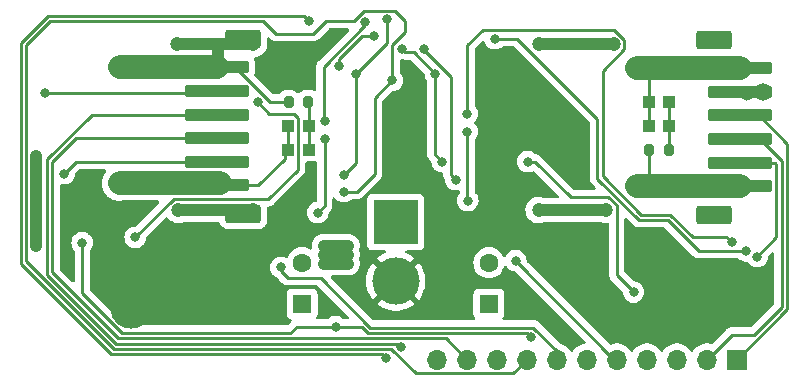
<source format=gbl>
%TF.GenerationSoftware,KiCad,Pcbnew,(6.0.0-0)*%
%TF.CreationDate,2022-03-22T21:28:23+08:00*%
%TF.ProjectId,driver,64726976-6572-42e6-9b69-6361645f7063,rev?*%
%TF.SameCoordinates,Original*%
%TF.FileFunction,Copper,L2,Bot*%
%TF.FilePolarity,Positive*%
%FSLAX46Y46*%
G04 Gerber Fmt 4.6, Leading zero omitted, Abs format (unit mm)*
G04 Created by KiCad (PCBNEW (6.0.0-0)) date 2022-03-22 21:28:23*
%MOMM*%
%LPD*%
G01*
G04 APERTURE LIST*
G04 Aperture macros list*
%AMRoundRect*
0 Rectangle with rounded corners*
0 $1 Rounding radius*
0 $2 $3 $4 $5 $6 $7 $8 $9 X,Y pos of 4 corners*
0 Add a 4 corners polygon primitive as box body*
4,1,4,$2,$3,$4,$5,$6,$7,$8,$9,$2,$3,0*
0 Add four circle primitives for the rounded corners*
1,1,$1+$1,$2,$3*
1,1,$1+$1,$4,$5*
1,1,$1+$1,$6,$7*
1,1,$1+$1,$8,$9*
0 Add four rect primitives between the rounded corners*
20,1,$1+$1,$2,$3,$4,$5,0*
20,1,$1+$1,$4,$5,$6,$7,0*
20,1,$1+$1,$6,$7,$8,$9,0*
20,1,$1+$1,$8,$9,$2,$3,0*%
G04 Aperture macros list end*
%TA.AperFunction,ComponentPad*%
%ADD10R,1.700000X1.700000*%
%TD*%
%TA.AperFunction,ComponentPad*%
%ADD11O,1.700000X1.700000*%
%TD*%
%TA.AperFunction,SMDPad,CuDef*%
%ADD12R,0.998220X0.998220*%
%TD*%
%TA.AperFunction,SMDPad,CuDef*%
%ADD13RoundRect,0.250000X2.500000X-0.250000X2.500000X0.250000X-2.500000X0.250000X-2.500000X-0.250000X0*%
%TD*%
%TA.AperFunction,SMDPad,CuDef*%
%ADD14RoundRect,0.250000X1.250000X-0.550000X1.250000X0.550000X-1.250000X0.550000X-1.250000X-0.550000X0*%
%TD*%
%TA.AperFunction,ComponentPad*%
%ADD15R,1.600000X1.600000*%
%TD*%
%TA.AperFunction,ComponentPad*%
%ADD16C,1.600000*%
%TD*%
%TA.AperFunction,SMDPad,CuDef*%
%ADD17RoundRect,0.250000X-2.500000X0.250000X-2.500000X-0.250000X2.500000X-0.250000X2.500000X0.250000X0*%
%TD*%
%TA.AperFunction,SMDPad,CuDef*%
%ADD18RoundRect,0.250000X-1.250000X0.550000X-1.250000X-0.550000X1.250000X-0.550000X1.250000X0.550000X0*%
%TD*%
%TA.AperFunction,SMDPad,CuDef*%
%ADD19RoundRect,0.200000X0.200000X0.275000X-0.200000X0.275000X-0.200000X-0.275000X0.200000X-0.275000X0*%
%TD*%
%TA.AperFunction,ComponentPad*%
%ADD20R,3.800000X3.800000*%
%TD*%
%TA.AperFunction,ComponentPad*%
%ADD21C,4.000000*%
%TD*%
%TA.AperFunction,ViaPad*%
%ADD22C,0.800000*%
%TD*%
%TA.AperFunction,ViaPad*%
%ADD23C,1.500000*%
%TD*%
%TA.AperFunction,ViaPad*%
%ADD24C,1.200000*%
%TD*%
%TA.AperFunction,ViaPad*%
%ADD25C,1.300000*%
%TD*%
%TA.AperFunction,ViaPad*%
%ADD26C,3.500000*%
%TD*%
%TA.AperFunction,Conductor*%
%ADD27C,0.250000*%
%TD*%
%TA.AperFunction,Conductor*%
%ADD28C,2.000000*%
%TD*%
%TA.AperFunction,Conductor*%
%ADD29C,1.000000*%
%TD*%
G04 APERTURE END LIST*
D10*
%TO.P,J2,1,Pin_1*%
%TO.N,/M2C1*%
X190425000Y-124200000D03*
D11*
%TO.P,J2,2,Pin_2*%
%TO.N,/M2C2*%
X187885000Y-124200000D03*
%TO.P,J2,3,Pin_3*%
%TO.N,/M2INA*%
X185345000Y-124200000D03*
%TO.P,J2,4,Pin_4*%
%TO.N,/M2PWM*%
X182805000Y-124200000D03*
%TO.P,J2,5,Pin_5*%
%TO.N,/M2CS*%
X180265000Y-124200000D03*
%TO.P,J2,6,Pin_6*%
%TO.N,/M1CS*%
X177725000Y-124200000D03*
%TO.P,J2,7,Pin_7*%
%TO.N,/M1PWM*%
X175185000Y-124200000D03*
%TO.P,J2,8,Pin_8*%
%TO.N,/M1INA*%
X172645000Y-124200000D03*
%TO.P,J2,9,Pin_9*%
%TO.N,/M1C2*%
X170105000Y-124200000D03*
%TO.P,J2,10,Pin_10*%
%TO.N,/M1C1*%
X167565000Y-124200000D03*
%TO.P,J2,11,Pin_11*%
%TO.N,+3V3*%
X165025000Y-124200000D03*
%TD*%
D12*
%TO.P,M1D2,1,K*%
%TO.N,Net-(M1D1-Pad2)*%
X154178000Y-104394000D03*
%TO.P,M1D2,2,A*%
%TO.N,/M1OUTA*%
X152425400Y-104394000D03*
%TD*%
%TO.P,M2D2,1,K*%
%TO.N,Net-(M2D1-Pad2)*%
X184709300Y-104394000D03*
%TO.P,M2D2,2,A*%
%TO.N,/M2OUTA*%
X182956700Y-104394000D03*
%TD*%
D13*
%TO.P,M1J1,1,Pin_1*%
%TO.N,/M1OUTA*%
X146396346Y-109465200D03*
%TO.P,M1J1,2,Pin_2*%
%TO.N,GND*%
X146396346Y-107465200D03*
%TO.P,M1J1,3,Pin_3*%
%TO.N,/M1C1*%
X146396346Y-105465200D03*
%TO.P,M1J1,4,Pin_4*%
%TO.N,/M1C2*%
X146396346Y-103465200D03*
%TO.P,M1J1,5,Pin_5*%
%TO.N,+3V3*%
X146396346Y-101465200D03*
%TO.P,M1J1,6,Pin_6*%
%TO.N,/M1OUTB*%
X146396346Y-99465200D03*
D14*
%TO.P,M1J1,MP*%
X148646346Y-97065200D03*
%TO.N,/M1OUTA*%
X148646346Y-111865200D03*
%TD*%
D12*
%TO.P,M1D1,1,K*%
%TO.N,/M1OUTA*%
X152425400Y-106426000D03*
%TO.P,M1D1,2,A*%
%TO.N,Net-(M1D1-Pad2)*%
X154178000Y-106426000D03*
%TD*%
D15*
%TO.P,M2CP1,1*%
%TO.N,Net-(M2C3-Pad1)*%
X169431982Y-119508651D03*
D16*
%TO.P,M2CP1,2*%
%TO.N,GND*%
X169431982Y-116008651D03*
%TD*%
D12*
%TO.P,M2D1,1,K*%
%TO.N,/M2OUTA*%
X182956700Y-102362000D03*
%TO.P,M2D1,2,A*%
%TO.N,Net-(M2D1-Pad2)*%
X184709300Y-102362000D03*
%TD*%
D17*
%TO.P,M2J1,1,Pin_1*%
%TO.N,/M2OUTA*%
X190700000Y-99526400D03*
%TO.P,M2J1,2,Pin_2*%
%TO.N,GND*%
X190700000Y-101526400D03*
%TO.P,M2J1,3,Pin_3*%
%TO.N,/M2C1*%
X190700000Y-103526400D03*
%TO.P,M2J1,4,Pin_4*%
%TO.N,/M2C2*%
X190700000Y-105526400D03*
%TO.P,M2J1,5,Pin_5*%
%TO.N,+3V3*%
X190700000Y-107526400D03*
%TO.P,M2J1,6,Pin_6*%
%TO.N,/M2OUTB*%
X190700000Y-109526400D03*
D18*
%TO.P,M2J1,MP*%
%TO.N,N/C*%
X188450000Y-111926400D03*
X188450000Y-97126400D03*
%TD*%
D15*
%TO.P,M1CP1,1*%
%TO.N,Net-(M1C3-Pad1)*%
X153610400Y-119508651D03*
D16*
%TO.P,M1CP1,2*%
%TO.N,GND*%
X153610400Y-116008651D03*
%TD*%
D19*
%TO.P,M1R0,1*%
%TO.N,Net-(M1D1-Pad2)*%
X154126700Y-102362000D03*
%TO.P,M1R0,2*%
%TO.N,/M1OUTB*%
X152476700Y-102362000D03*
%TD*%
D20*
%TO.P,J1,1,Pin_1*%
%TO.N,GND*%
X161544000Y-112562000D03*
D21*
%TO.P,J1,2,Pin_2*%
%TO.N,+12V*%
X161544000Y-117562000D03*
%TD*%
D19*
%TO.P,M2R0,1*%
%TO.N,Net-(M2D1-Pad2)*%
X184658000Y-106426000D03*
%TO.P,M2R0,2*%
%TO.N,/M2OUTB*%
X183008000Y-106426000D03*
%TD*%
D22*
%TO.N,/M2CP*%
X181684400Y-118486000D03*
X172720000Y-107442000D03*
%TO.N,/M1CP*%
X149845520Y-102376480D03*
X139476818Y-113863200D03*
%TO.N,/M2INB*%
X163921000Y-97875000D03*
X166624000Y-108966000D03*
%TO.N,/M2CS*%
X167640000Y-110744000D03*
X171704000Y-115824000D03*
X167577240Y-104915235D03*
D23*
%TO.N,/M1OUTA*%
X141166000Y-109254800D03*
D24*
X143130835Y-111526400D03*
D23*
X139666000Y-109254800D03*
X138166000Y-109254800D03*
D24*
X149488000Y-111544635D03*
D22*
%TO.N,/M1INA*%
X157156000Y-109990000D03*
X161260301Y-100562899D03*
%TO.N,+3V3*%
X157166000Y-108600000D03*
X173000000Y-122325000D03*
X192140000Y-115480000D03*
X134992000Y-114300000D03*
X158166000Y-100000000D03*
X156464000Y-121412000D03*
X165475500Y-107442000D03*
X164890000Y-100000000D03*
X131826000Y-101600000D03*
X162047295Y-97873554D03*
X160782000Y-95399989D03*
%TO.N,/M1INB*%
X156718000Y-99314000D03*
X159664400Y-96824800D03*
%TO.N,/M1PWM*%
X155543360Y-105550235D03*
X154940000Y-111760000D03*
X151816000Y-116400000D03*
%TO.N,/M1CS*%
X158954908Y-95635690D03*
X155561765Y-104026235D03*
X154178000Y-95504000D03*
X160750000Y-124100000D03*
%TO.N,/M2PWM*%
X167600600Y-103391235D03*
X189992000Y-114285500D03*
D23*
%TO.N,/M2OUTA*%
X185000000Y-99525000D03*
D25*
X181975000Y-99550000D03*
D24*
X179980035Y-97526400D03*
X173632600Y-97526400D03*
D23*
X183487600Y-99526400D03*
D22*
%TO.N,/M2INA*%
X169926000Y-97028000D03*
X191200000Y-115010000D03*
D24*
%TO.N,/M1OUTB*%
X143031298Y-97528937D03*
D23*
X139666000Y-99475000D03*
X141166000Y-99475000D03*
D24*
X149488000Y-97523835D03*
D23*
X138166000Y-99475000D03*
%TO.N,/M2OUTB*%
X183487600Y-109526400D03*
X181975000Y-109525000D03*
D24*
X179324000Y-111526400D03*
X173632600Y-111544635D03*
D23*
X185000000Y-109525000D03*
D22*
%TO.N,/M1C2*%
X162000000Y-123124500D03*
%TO.N,GND*%
X131064000Y-106934000D03*
X157480000Y-115316000D03*
X157480000Y-114554000D03*
X155448000Y-114554000D03*
D25*
X191262000Y-101600000D03*
D22*
X131064000Y-107950000D03*
X131064000Y-114554000D03*
X133468000Y-108458000D03*
D23*
X192662000Y-101570000D03*
D22*
X157480000Y-116078000D03*
X155448000Y-115316000D03*
X155448000Y-116078000D03*
X131064000Y-113538000D03*
X131064000Y-108966000D03*
X131064000Y-112522000D03*
D26*
%TO.N,+12V*%
X183990000Y-115377235D03*
D22*
X151756000Y-100526400D03*
X171490600Y-108526400D03*
X162204400Y-101600000D03*
X155956000Y-96774000D03*
D26*
X139166000Y-119800000D03*
%TD*%
D27*
%TO.N,/M2CP*%
X180248511Y-117050111D02*
X181684400Y-118486000D01*
X172720000Y-107442000D02*
X173332000Y-107442000D01*
X173332000Y-107442000D02*
X176340000Y-110450000D01*
X176340000Y-110450000D02*
X179555057Y-110450000D01*
X179555057Y-110450000D02*
X180248511Y-111143454D01*
X180248511Y-111143454D02*
X180248511Y-117050111D01*
%TO.N,/M1CP*%
X153249021Y-108116979D02*
X150764111Y-110601889D01*
X142738129Y-110601889D02*
X139476818Y-113863200D01*
X152908000Y-103378000D02*
X153249021Y-103719021D01*
X149845520Y-102376480D02*
X150847040Y-103378000D01*
X150764111Y-110601889D02*
X142738129Y-110601889D01*
X150847040Y-103378000D02*
X152908000Y-103378000D01*
X153249021Y-103719021D02*
X153249021Y-108116979D01*
%TO.N,/M2INB*%
X166200000Y-108542000D02*
X166200000Y-100285386D01*
X166200000Y-100285386D02*
X163921000Y-98006386D01*
X166624000Y-108966000D02*
X166200000Y-108542000D01*
X163921000Y-98006386D02*
X163921000Y-97875000D01*
%TO.N,/M2CS*%
X171704000Y-115858500D02*
X180045500Y-124200000D01*
X171704000Y-115824000D02*
X171704000Y-115858500D01*
X167640000Y-110744000D02*
X167577240Y-110681240D01*
X180045500Y-124200000D02*
X180265000Y-124200000D01*
X167577240Y-110681240D02*
X167577240Y-104915235D01*
%TO.N,Net-(M1D1-Pad2)*%
X154178000Y-106426000D02*
X154178000Y-104394000D01*
X154178000Y-104394000D02*
X154178000Y-102389940D01*
D28*
%TO.N,/M1OUTA*%
X138166000Y-109254800D02*
X138200800Y-109220000D01*
D27*
X152124200Y-107209800D02*
X149868800Y-109465200D01*
D29*
X143130835Y-111526400D02*
X149469765Y-111526400D01*
D27*
X149868800Y-109465200D02*
X146396346Y-109465200D01*
X149488000Y-111544635D02*
X149469765Y-111526400D01*
X152124200Y-106426000D02*
X152124200Y-107209800D01*
X152425400Y-106426000D02*
X152425400Y-104394000D01*
D28*
X138200800Y-109220000D02*
X146658108Y-109220000D01*
D27*
%TO.N,/M1INA*%
X130239480Y-115887762D02*
X130239480Y-97582238D01*
X158266000Y-109990000D02*
X157156000Y-109990000D01*
X137650758Y-123299040D02*
X130239480Y-115887762D01*
X172645000Y-124200000D02*
X171470489Y-125374511D01*
X161260301Y-97541417D02*
X161260301Y-100562899D01*
X162306000Y-96495718D02*
X161260301Y-97541417D01*
X130239480Y-97582238D02*
X132291718Y-95530000D01*
X162306000Y-95504000D02*
X162306000Y-96495718D01*
X132291718Y-95530000D02*
X150343200Y-95530000D01*
X150343200Y-95530000D02*
X151434800Y-96621600D01*
X171470489Y-125374511D02*
X163225397Y-125374511D01*
X159766000Y-102057200D02*
X159766000Y-108490000D01*
X161260301Y-100562899D02*
X159766000Y-102057200D01*
X151434800Y-96621600D02*
X154533600Y-96621600D01*
X161149926Y-123299040D02*
X137650758Y-123299040D01*
X158890511Y-94675489D02*
X161477489Y-94675489D01*
X154533600Y-96621600D02*
X155625200Y-95530000D01*
X155625200Y-95530000D02*
X158036000Y-95530000D01*
X163225397Y-125374511D02*
X161149926Y-123299040D01*
X161477489Y-94675489D02*
X162306000Y-95504000D01*
X158036000Y-95530000D02*
X158890511Y-94675489D01*
X159766000Y-108490000D02*
X158266000Y-109990000D01*
%TO.N,+3V3*%
X152623520Y-121950480D02*
X138382677Y-121950480D01*
X193774520Y-107668520D02*
X193632400Y-107526400D01*
X159200762Y-121950480D02*
X158662282Y-121412000D01*
X162047295Y-97873554D02*
X162351741Y-98178000D01*
X193774520Y-113845480D02*
X193774520Y-107668520D01*
X162351741Y-98178000D02*
X163068000Y-98178000D01*
X164846000Y-100044000D02*
X164887834Y-100002166D01*
X172625480Y-121950480D02*
X159200762Y-121950480D01*
X153162000Y-121412000D02*
X152623520Y-121950480D01*
X173000000Y-122325000D02*
X172625480Y-121950480D01*
X193632400Y-107526400D02*
X190700000Y-107526400D01*
X134992000Y-118559803D02*
X134992000Y-114300000D01*
X156464000Y-121412000D02*
X153162000Y-121412000D01*
X158166000Y-100000000D02*
X158166000Y-107600000D01*
X158166000Y-107600000D02*
X157166000Y-108600000D01*
X160782000Y-97384000D02*
X158166000Y-100000000D01*
X165475500Y-107442000D02*
X164846000Y-106812500D01*
X131826000Y-101600000D02*
X146261546Y-101600000D01*
X163068000Y-98178000D02*
X164890000Y-100000000D01*
X164846000Y-106812500D02*
X164846000Y-100044000D01*
X192140000Y-115480000D02*
X193774520Y-113845480D01*
X146261546Y-101600000D02*
X146396346Y-101465200D01*
X138382677Y-121950480D02*
X134992000Y-118559803D01*
X158662282Y-121412000D02*
X156464000Y-121412000D01*
X160782000Y-95399989D02*
X160782000Y-97384000D01*
%TO.N,/M1INB*%
X156718000Y-98759103D02*
X156718000Y-99314000D01*
X158652303Y-96824800D02*
X156718000Y-98759103D01*
X159664400Y-96824800D02*
X158652303Y-96824800D01*
%TO.N,/M1PWM*%
X151816000Y-116400000D02*
X151816000Y-116700000D01*
X151816000Y-116700000D02*
X152406000Y-117290000D01*
X173200574Y-121500960D02*
X175185000Y-123485386D01*
X152406000Y-117290000D02*
X155176000Y-117290000D01*
X175185000Y-123485386D02*
X175185000Y-124200000D01*
X155176000Y-117290000D02*
X159386960Y-121500960D01*
X155543360Y-111156640D02*
X155543360Y-105550235D01*
X154940000Y-111760000D02*
X155543360Y-111156640D01*
X159386960Y-121500960D02*
X173200574Y-121500960D01*
%TO.N,/M1CS*%
X132071500Y-95114500D02*
X129789960Y-97396040D01*
X132105521Y-95080480D02*
X132071500Y-95114500D01*
X154178000Y-95504000D02*
X153754480Y-95080480D01*
X129789960Y-97396040D02*
X129789960Y-116073959D01*
X155448000Y-103912470D02*
X155561765Y-104026235D01*
X155448000Y-99393385D02*
X155448000Y-103912470D01*
X158954908Y-95635690D02*
X158954908Y-95886478D01*
X129789960Y-116073959D02*
X137464560Y-123748560D01*
X137464560Y-123748560D02*
X160398560Y-123748560D01*
X153754480Y-95080480D02*
X132105521Y-95080480D01*
X160398560Y-123748560D02*
X160750000Y-124100000D01*
X158954908Y-95886478D02*
X155448000Y-99393385D01*
%TO.N,/M2PWM*%
X182308325Y-111931833D02*
X179073609Y-108697117D01*
X189526500Y-113820000D02*
X186670516Y-113820000D01*
X180904546Y-97143454D02*
X180027092Y-96266000D01*
X186670516Y-113820000D02*
X184782349Y-111931833D01*
X179073609Y-99740283D02*
X180904546Y-97909346D01*
X189992000Y-114285500D02*
X189526500Y-113820000D01*
X179073609Y-108697117D02*
X179073609Y-99740283D01*
X184782349Y-111931833D02*
X182308325Y-111931833D01*
X168935400Y-96266000D02*
X167600600Y-97600800D01*
X180904546Y-97909346D02*
X180904546Y-97143454D01*
X167600600Y-97600800D02*
X167600600Y-103391235D01*
X180027092Y-96266000D02*
X168935400Y-96266000D01*
%TO.N,Net-(M2D1-Pad2)*%
X184709300Y-104394000D02*
X184709300Y-102362000D01*
X184681360Y-106426000D02*
X184681360Y-104421940D01*
X184681360Y-104421940D02*
X184709300Y-104394000D01*
%TO.N,/M2OUTA*%
X182956700Y-104394000D02*
X182956700Y-102362000D01*
D29*
X179980035Y-97526400D02*
X173632600Y-97526400D01*
D27*
X182956700Y-102362000D02*
X182956700Y-99999300D01*
D28*
X183406000Y-99550000D02*
X190676400Y-99550000D01*
D27*
X182956700Y-99999300D02*
X183406000Y-99550000D01*
D28*
X190676400Y-99550000D02*
X190700000Y-99526400D01*
X181975000Y-99550000D02*
X183406000Y-99550000D01*
D27*
%TO.N,/M2INA*%
X171850152Y-97051409D02*
X178624089Y-103825346D01*
X169949409Y-97051409D02*
X169926000Y-97028000D01*
X178624089Y-108883315D02*
X182122127Y-112381353D01*
X182122127Y-112381353D02*
X184596151Y-112381353D01*
X178624089Y-103825346D02*
X178624089Y-108883315D01*
X184596151Y-112381353D02*
X187224798Y-115010000D01*
X171850152Y-97051409D02*
X169949409Y-97051409D01*
X187224798Y-115010000D02*
X191200000Y-115010000D01*
D29*
%TO.N,/M1OUTB*%
X148489170Y-99465200D02*
X146396346Y-99465200D01*
D28*
X146386546Y-99475000D02*
X146396346Y-99465200D01*
D27*
X152152140Y-102362000D02*
X150855639Y-102362000D01*
D29*
X146485698Y-97528937D02*
X146485698Y-99375848D01*
D28*
X138166000Y-99475000D02*
X146386546Y-99475000D01*
D29*
X149482898Y-97528937D02*
X146485698Y-97528937D01*
X146485698Y-99375848D02*
X146396346Y-99465200D01*
D28*
X141156200Y-99465200D02*
X141166000Y-99475000D01*
D29*
X146485698Y-97528937D02*
X143031298Y-97528937D01*
D27*
X150855639Y-102362000D02*
X147958839Y-99465200D01*
X149488000Y-97523835D02*
X149482898Y-97528937D01*
X147958839Y-99465200D02*
X146396346Y-99465200D01*
%TO.N,/M2OUTB*%
X182984640Y-109023440D02*
X183487600Y-109526400D01*
X182984640Y-106426000D02*
X182984640Y-109023440D01*
D28*
X190698600Y-109525000D02*
X190700000Y-109526400D01*
D29*
X179324000Y-111526400D02*
X173650835Y-111526400D01*
D28*
X181975000Y-109525000D02*
X190698600Y-109525000D01*
D27*
X173650835Y-111526400D02*
X173632600Y-111544635D01*
%TO.N,/M1C2*%
X132002480Y-107255802D02*
X135793082Y-103465200D01*
X135793082Y-103465200D02*
X146396346Y-103465200D01*
X161725020Y-122849520D02*
X137836956Y-122849520D01*
X137836956Y-122849520D02*
X132002480Y-117015044D01*
X162000000Y-123124500D02*
X161725020Y-122849520D01*
X132002480Y-117015044D02*
X132002480Y-107255802D01*
%TO.N,/M1C1*%
X132452000Y-116828846D02*
X132452000Y-107442000D01*
X167565000Y-124200000D02*
X165765000Y-122400000D01*
X132452000Y-107442000D02*
X134428800Y-105465200D01*
X134428800Y-105465200D02*
X146396346Y-105465200D01*
X165765000Y-122400000D02*
X138023154Y-122400000D01*
X138023154Y-122400000D02*
X132452000Y-116828846D01*
%TO.N,/M2C2*%
X194224040Y-107356040D02*
X194224040Y-119765242D01*
X189975480Y-122109520D02*
X191879762Y-122109520D01*
X187885000Y-124200000D02*
X189975480Y-122109520D01*
X190700000Y-105526400D02*
X192394400Y-105526400D01*
X191879762Y-122109520D02*
X194224040Y-119765242D01*
X192394400Y-105526400D02*
X194224040Y-107356040D01*
%TO.N,/M2C1*%
X194673560Y-119951440D02*
X194673560Y-105937467D01*
X190425000Y-124200000D02*
X194673560Y-119951440D01*
X192262493Y-103526400D02*
X190700000Y-103526400D01*
X194673560Y-105937467D02*
X192262493Y-103526400D01*
%TO.N,GND*%
X134460800Y-107465200D02*
X133468000Y-108458000D01*
D29*
X131064000Y-114554000D02*
X131064000Y-113538000D01*
X131064000Y-107950000D02*
X131064000Y-108966000D01*
X131064000Y-112522000D02*
X131064000Y-113538000D01*
X131064000Y-106934000D02*
X131064000Y-107950000D01*
X155448000Y-116078000D02*
X157480000Y-116078000D01*
X131064000Y-108966000D02*
X131064000Y-112522000D01*
X155448000Y-115316000D02*
X157480000Y-115316000D01*
X155448000Y-114554000D02*
X157480000Y-114554000D01*
D27*
X146396346Y-107465200D02*
X134460800Y-107465200D01*
%TD*%
%TA.AperFunction,Conductor*%
%TO.N,+12V*%
G36*
X168982654Y-97218816D02*
G01*
X169039490Y-97261363D01*
X169058453Y-97297933D01*
X169091473Y-97399556D01*
X169186960Y-97564944D01*
X169191378Y-97569851D01*
X169191379Y-97569852D01*
X169295162Y-97685115D01*
X169314747Y-97706866D01*
X169469248Y-97819118D01*
X169475276Y-97821802D01*
X169475278Y-97821803D01*
X169637681Y-97894109D01*
X169643712Y-97896794D01*
X169731218Y-97915394D01*
X169824056Y-97935128D01*
X169824061Y-97935128D01*
X169830513Y-97936500D01*
X170021487Y-97936500D01*
X170027939Y-97935128D01*
X170027944Y-97935128D01*
X170120782Y-97915394D01*
X170208288Y-97896794D01*
X170214319Y-97894109D01*
X170376722Y-97821803D01*
X170376724Y-97821802D01*
X170382752Y-97819118D01*
X170418950Y-97792819D01*
X170534353Y-97708973D01*
X170601221Y-97685115D01*
X170608414Y-97684909D01*
X171535558Y-97684909D01*
X171603679Y-97704911D01*
X171624653Y-97721814D01*
X177953684Y-104050845D01*
X177987710Y-104113157D01*
X177990589Y-104139940D01*
X177990589Y-108804548D01*
X177990062Y-108815731D01*
X177988387Y-108823224D01*
X177988636Y-108831150D01*
X177988636Y-108831151D01*
X177990527Y-108891301D01*
X177990589Y-108895260D01*
X177990589Y-108923171D01*
X177991086Y-108927105D01*
X177991086Y-108927106D01*
X177991094Y-108927171D01*
X177992027Y-108939008D01*
X177993416Y-108983204D01*
X177996453Y-108993657D01*
X177999067Y-109002654D01*
X178003076Y-109022015D01*
X178005615Y-109042112D01*
X178008534Y-109049483D01*
X178008534Y-109049485D01*
X178021893Y-109083227D01*
X178025738Y-109094457D01*
X178038071Y-109136908D01*
X178042104Y-109143727D01*
X178042106Y-109143732D01*
X178048382Y-109154343D01*
X178057077Y-109172091D01*
X178064537Y-109190932D01*
X178069199Y-109197348D01*
X178069199Y-109197349D01*
X178090525Y-109226702D01*
X178097041Y-109236622D01*
X178100115Y-109241819D01*
X178119547Y-109274677D01*
X178133868Y-109288998D01*
X178146708Y-109304031D01*
X178158617Y-109320422D01*
X178179677Y-109337844D01*
X178192694Y-109348613D01*
X178201473Y-109356603D01*
X178446275Y-109601405D01*
X178480301Y-109663717D01*
X178475236Y-109734532D01*
X178432689Y-109791368D01*
X178366169Y-109816179D01*
X178357180Y-109816500D01*
X176654595Y-109816500D01*
X176586474Y-109796498D01*
X176565500Y-109779595D01*
X173835652Y-107049747D01*
X173828112Y-107041461D01*
X173824000Y-107034982D01*
X173774348Y-106988356D01*
X173771507Y-106985602D01*
X173751770Y-106965865D01*
X173748573Y-106963385D01*
X173739551Y-106955680D01*
X173713100Y-106930841D01*
X173707321Y-106925414D01*
X173700375Y-106921595D01*
X173700372Y-106921593D01*
X173689566Y-106915652D01*
X173673047Y-106904801D01*
X173664539Y-106898202D01*
X173657041Y-106892386D01*
X173649772Y-106889241D01*
X173649768Y-106889238D01*
X173616463Y-106874826D01*
X173605813Y-106869609D01*
X173567060Y-106848305D01*
X173547437Y-106843267D01*
X173528734Y-106836863D01*
X173517420Y-106831967D01*
X173517419Y-106831967D01*
X173510145Y-106828819D01*
X173502322Y-106827580D01*
X173502312Y-106827577D01*
X173466476Y-106821901D01*
X173454856Y-106819495D01*
X173419706Y-106810470D01*
X173419700Y-106810469D01*
X173412030Y-106808500D01*
X173411476Y-106808500D01*
X173349403Y-106781426D01*
X173336648Y-106769126D01*
X173331253Y-106763134D01*
X173176752Y-106650882D01*
X173170724Y-106648198D01*
X173170722Y-106648197D01*
X173008319Y-106575891D01*
X173008318Y-106575891D01*
X173002288Y-106573206D01*
X172873881Y-106545912D01*
X172821944Y-106534872D01*
X172821939Y-106534872D01*
X172815487Y-106533500D01*
X172624513Y-106533500D01*
X172618061Y-106534872D01*
X172618056Y-106534872D01*
X172566119Y-106545912D01*
X172437712Y-106573206D01*
X172431682Y-106575891D01*
X172431681Y-106575891D01*
X172269278Y-106648197D01*
X172269276Y-106648198D01*
X172263248Y-106650882D01*
X172108747Y-106763134D01*
X172104326Y-106768044D01*
X172104325Y-106768045D01*
X171995203Y-106889238D01*
X171980960Y-106905056D01*
X171926301Y-106999728D01*
X171892061Y-107059034D01*
X171885473Y-107070444D01*
X171826458Y-107252072D01*
X171825768Y-107258633D01*
X171825768Y-107258635D01*
X171822914Y-107285788D01*
X171806496Y-107442000D01*
X171807186Y-107448565D01*
X171825382Y-107621686D01*
X171826458Y-107631928D01*
X171885473Y-107813556D01*
X171980960Y-107978944D01*
X171985378Y-107983851D01*
X171985379Y-107983852D01*
X172056695Y-108063056D01*
X172108747Y-108120866D01*
X172183813Y-108175405D01*
X172234021Y-108211883D01*
X172263248Y-108233118D01*
X172269276Y-108235802D01*
X172269278Y-108235803D01*
X172431681Y-108308109D01*
X172437712Y-108310794D01*
X172531113Y-108330647D01*
X172618056Y-108349128D01*
X172618061Y-108349128D01*
X172624513Y-108350500D01*
X172815487Y-108350500D01*
X172821939Y-108349128D01*
X172821944Y-108349128D01*
X172908887Y-108330647D01*
X173002288Y-108310794D01*
X173012241Y-108306363D01*
X173055063Y-108287297D01*
X173132559Y-108252794D01*
X173202925Y-108243360D01*
X173267222Y-108273466D01*
X173272902Y-108278806D01*
X175296901Y-110302805D01*
X175330927Y-110365117D01*
X175325862Y-110435932D01*
X175283315Y-110492768D01*
X175216795Y-110517579D01*
X175207806Y-110517900D01*
X174074927Y-110517900D01*
X174028237Y-110508930D01*
X173954149Y-110479372D01*
X173948780Y-110477230D01*
X173748966Y-110437484D01*
X173743192Y-110437408D01*
X173743188Y-110437408D01*
X173640052Y-110436059D01*
X173545255Y-110434818D01*
X173539558Y-110435797D01*
X173539557Y-110435797D01*
X173460590Y-110449366D01*
X173344470Y-110469319D01*
X173153334Y-110539833D01*
X173148373Y-110542785D01*
X173148372Y-110542785D01*
X172997448Y-110632576D01*
X172978249Y-110643998D01*
X172825078Y-110778325D01*
X172821511Y-110782850D01*
X172821506Y-110782855D01*
X172754489Y-110867866D01*
X172698951Y-110938316D01*
X172696262Y-110943427D01*
X172696260Y-110943430D01*
X172656848Y-111018340D01*
X172604092Y-111118613D01*
X172543678Y-111313178D01*
X172519732Y-111515494D01*
X172533057Y-111718786D01*
X172583205Y-111916245D01*
X172668498Y-112101259D01*
X172786079Y-112267632D01*
X172790213Y-112271659D01*
X172912606Y-112390889D01*
X172932010Y-112409792D01*
X172936806Y-112412997D01*
X172936809Y-112412999D01*
X173046232Y-112486113D01*
X173101403Y-112522977D01*
X173106706Y-112525255D01*
X173106709Y-112525257D01*
X173283280Y-112601118D01*
X173288587Y-112603398D01*
X173316518Y-112609718D01*
X173481655Y-112647085D01*
X173481660Y-112647086D01*
X173487292Y-112648360D01*
X173493063Y-112648587D01*
X173493065Y-112648587D01*
X173556070Y-112651062D01*
X173690863Y-112656358D01*
X173892483Y-112627125D01*
X173897947Y-112625270D01*
X173897952Y-112625269D01*
X174056744Y-112571366D01*
X174085399Y-112561639D01*
X174104459Y-112550965D01*
X174166025Y-112534900D01*
X178837075Y-112534900D01*
X178886812Y-112545132D01*
X178944836Y-112570061D01*
X178960031Y-112576589D01*
X178979987Y-112585163D01*
X179050499Y-112601118D01*
X179173055Y-112628850D01*
X179173060Y-112628851D01*
X179178692Y-112630125D01*
X179184463Y-112630352D01*
X179184465Y-112630352D01*
X179240822Y-112632566D01*
X179382263Y-112638123D01*
X179470931Y-112625267D01*
X179541217Y-112635287D01*
X179594928Y-112681716D01*
X179615011Y-112749963D01*
X179615011Y-116971344D01*
X179614484Y-116982527D01*
X179612809Y-116990020D01*
X179613058Y-116997946D01*
X179613058Y-116997947D01*
X179614949Y-117058097D01*
X179615011Y-117062056D01*
X179615011Y-117089967D01*
X179615508Y-117093901D01*
X179615508Y-117093902D01*
X179615516Y-117093967D01*
X179616449Y-117105804D01*
X179617838Y-117150000D01*
X179623203Y-117168467D01*
X179623489Y-117169450D01*
X179627498Y-117188811D01*
X179630037Y-117208908D01*
X179632956Y-117216279D01*
X179632956Y-117216281D01*
X179646315Y-117250023D01*
X179650160Y-117261253D01*
X179662493Y-117303704D01*
X179666526Y-117310523D01*
X179666528Y-117310528D01*
X179672804Y-117321139D01*
X179681499Y-117338887D01*
X179688959Y-117357728D01*
X179693621Y-117364144D01*
X179693621Y-117364145D01*
X179714947Y-117393498D01*
X179721463Y-117403418D01*
X179743969Y-117441473D01*
X179758290Y-117455794D01*
X179771130Y-117470827D01*
X179783039Y-117487218D01*
X179789145Y-117492269D01*
X179817116Y-117515409D01*
X179825895Y-117523399D01*
X180737278Y-118434782D01*
X180771304Y-118497094D01*
X180773492Y-118510703D01*
X180790858Y-118675928D01*
X180849873Y-118857556D01*
X180945360Y-119022944D01*
X180949778Y-119027851D01*
X180949779Y-119027852D01*
X181068725Y-119159955D01*
X181073147Y-119164866D01*
X181227648Y-119277118D01*
X181233676Y-119279802D01*
X181233678Y-119279803D01*
X181396081Y-119352109D01*
X181402112Y-119354794D01*
X181495513Y-119374647D01*
X181582456Y-119393128D01*
X181582461Y-119393128D01*
X181588913Y-119394500D01*
X181779887Y-119394500D01*
X181786339Y-119393128D01*
X181786344Y-119393128D01*
X181873287Y-119374647D01*
X181966688Y-119354794D01*
X181972719Y-119352109D01*
X182135122Y-119279803D01*
X182135124Y-119279802D01*
X182141152Y-119277118D01*
X182295653Y-119164866D01*
X182300075Y-119159955D01*
X182419021Y-119027852D01*
X182419022Y-119027851D01*
X182423440Y-119022944D01*
X182518927Y-118857556D01*
X182577942Y-118675928D01*
X182597904Y-118486000D01*
X182583880Y-118352570D01*
X182578632Y-118302635D01*
X182578632Y-118302633D01*
X182577942Y-118296072D01*
X182518927Y-118114444D01*
X182423440Y-117949056D01*
X182409904Y-117934022D01*
X182300075Y-117812045D01*
X182300074Y-117812044D01*
X182295653Y-117807134D01*
X182141152Y-117694882D01*
X182135124Y-117692198D01*
X182135122Y-117692197D01*
X181972719Y-117619891D01*
X181972718Y-117619891D01*
X181966688Y-117617206D01*
X181873288Y-117597353D01*
X181786344Y-117578872D01*
X181786339Y-117578872D01*
X181779887Y-117577500D01*
X181723995Y-117577500D01*
X181655874Y-117557498D01*
X181634899Y-117540595D01*
X180918915Y-116824610D01*
X180884890Y-116762298D01*
X180882011Y-116735515D01*
X180882011Y-112341332D01*
X180902013Y-112273211D01*
X180955669Y-112226718D01*
X181025943Y-112216614D01*
X181090523Y-112246108D01*
X181097106Y-112252237D01*
X181618475Y-112773606D01*
X181626015Y-112781892D01*
X181630127Y-112788371D01*
X181635904Y-112793796D01*
X181679778Y-112834996D01*
X181682620Y-112837751D01*
X181702357Y-112857488D01*
X181705554Y-112859968D01*
X181714574Y-112867671D01*
X181746806Y-112897939D01*
X181753752Y-112901758D01*
X181753755Y-112901760D01*
X181764561Y-112907701D01*
X181781080Y-112918552D01*
X181797086Y-112930967D01*
X181804355Y-112934112D01*
X181804359Y-112934115D01*
X181837664Y-112948527D01*
X181848314Y-112953744D01*
X181887067Y-112975048D01*
X181894742Y-112977019D01*
X181894743Y-112977019D01*
X181906689Y-112980086D01*
X181925394Y-112986490D01*
X181943982Y-112994534D01*
X181951805Y-112995773D01*
X181951815Y-112995776D01*
X181987651Y-113001452D01*
X181999271Y-113003858D01*
X182034416Y-113012881D01*
X182042097Y-113014853D01*
X182062351Y-113014853D01*
X182082061Y-113016404D01*
X182102070Y-113019573D01*
X182109962Y-113018827D01*
X182146088Y-113015412D01*
X182157946Y-113014853D01*
X184281557Y-113014853D01*
X184349678Y-113034855D01*
X184370652Y-113051758D01*
X186721141Y-115402247D01*
X186728685Y-115410537D01*
X186732798Y-115417018D01*
X186738575Y-115422443D01*
X186782465Y-115463658D01*
X186785307Y-115466413D01*
X186805028Y-115486134D01*
X186808223Y-115488612D01*
X186817245Y-115496318D01*
X186849477Y-115526586D01*
X186856426Y-115530406D01*
X186867230Y-115536346D01*
X186883754Y-115547199D01*
X186899757Y-115559613D01*
X186940341Y-115577176D01*
X186950971Y-115582383D01*
X186989738Y-115603695D01*
X186997415Y-115605666D01*
X186997420Y-115605668D01*
X187009356Y-115608732D01*
X187028064Y-115615137D01*
X187046653Y-115623181D01*
X187054481Y-115624421D01*
X187054488Y-115624423D01*
X187090322Y-115630099D01*
X187101942Y-115632505D01*
X187133609Y-115640635D01*
X187144768Y-115643500D01*
X187165022Y-115643500D01*
X187184732Y-115645051D01*
X187204741Y-115648220D01*
X187212633Y-115647474D01*
X187238265Y-115645051D01*
X187248760Y-115644059D01*
X187260617Y-115643500D01*
X190491800Y-115643500D01*
X190559921Y-115663502D01*
X190579147Y-115679843D01*
X190579420Y-115679540D01*
X190584332Y-115683963D01*
X190588747Y-115688866D01*
X190594086Y-115692745D01*
X190722501Y-115786044D01*
X190743248Y-115801118D01*
X190749276Y-115803802D01*
X190749278Y-115803803D01*
X190911681Y-115876109D01*
X190917712Y-115878794D01*
X191011112Y-115898647D01*
X191098056Y-115917128D01*
X191098061Y-115917128D01*
X191104513Y-115918500D01*
X191271377Y-115918500D01*
X191339498Y-115938502D01*
X191380495Y-115981498D01*
X191400960Y-116016944D01*
X191405378Y-116021851D01*
X191405379Y-116021852D01*
X191502448Y-116129658D01*
X191528747Y-116158866D01*
X191683248Y-116271118D01*
X191689276Y-116273802D01*
X191689278Y-116273803D01*
X191701827Y-116279390D01*
X191857712Y-116348794D01*
X191923351Y-116362746D01*
X192038056Y-116387128D01*
X192038061Y-116387128D01*
X192044513Y-116388500D01*
X192235487Y-116388500D01*
X192241939Y-116387128D01*
X192241944Y-116387128D01*
X192356649Y-116362746D01*
X192422288Y-116348794D01*
X192578173Y-116279390D01*
X192590722Y-116273803D01*
X192590724Y-116273802D01*
X192596752Y-116271118D01*
X192751253Y-116158866D01*
X192777552Y-116129658D01*
X192874621Y-116021852D01*
X192874622Y-116021851D01*
X192879040Y-116016944D01*
X192955052Y-115885288D01*
X192971223Y-115857279D01*
X192971224Y-115857278D01*
X192974527Y-115851556D01*
X193033542Y-115669928D01*
X193037971Y-115627794D01*
X193042348Y-115586144D01*
X193050907Y-115504706D01*
X193077920Y-115439050D01*
X193087122Y-115428782D01*
X193375445Y-115140459D01*
X193437757Y-115106433D01*
X193508572Y-115111498D01*
X193565408Y-115154045D01*
X193590219Y-115220565D01*
X193590540Y-115229554D01*
X193590540Y-119450648D01*
X193570538Y-119518769D01*
X193553635Y-119539743D01*
X191654262Y-121439115D01*
X191591950Y-121473141D01*
X191565167Y-121476020D01*
X190054247Y-121476020D01*
X190043064Y-121475493D01*
X190035571Y-121473818D01*
X190027645Y-121474067D01*
X190027644Y-121474067D01*
X189967494Y-121475958D01*
X189963535Y-121476020D01*
X189935624Y-121476020D01*
X189931690Y-121476517D01*
X189931689Y-121476517D01*
X189931624Y-121476525D01*
X189919787Y-121477458D01*
X189887970Y-121478458D01*
X189883509Y-121478598D01*
X189875590Y-121478847D01*
X189857934Y-121483976D01*
X189856138Y-121484498D01*
X189836786Y-121488506D01*
X189829715Y-121489400D01*
X189816683Y-121491046D01*
X189809314Y-121493963D01*
X189809312Y-121493964D01*
X189775577Y-121507320D01*
X189764349Y-121511165D01*
X189721887Y-121523502D01*
X189715065Y-121527536D01*
X189715059Y-121527539D01*
X189704448Y-121533814D01*
X189686698Y-121542510D01*
X189675236Y-121547048D01*
X189675231Y-121547051D01*
X189667863Y-121549968D01*
X189661448Y-121554629D01*
X189632105Y-121575947D01*
X189622187Y-121582463D01*
X189603499Y-121593515D01*
X189584117Y-121604978D01*
X189569793Y-121619302D01*
X189554761Y-121632141D01*
X189538373Y-121644048D01*
X189510192Y-121678113D01*
X189502202Y-121686893D01*
X188342345Y-122846750D01*
X188280033Y-122880776D01*
X188231154Y-122881702D01*
X188018373Y-122843800D01*
X188018367Y-122843799D01*
X188013284Y-122842894D01*
X187939452Y-122841992D01*
X187795081Y-122840228D01*
X187795079Y-122840228D01*
X187789911Y-122840165D01*
X187569091Y-122873955D01*
X187356756Y-122943357D01*
X187158607Y-123046507D01*
X187154474Y-123049610D01*
X187154471Y-123049612D01*
X187025656Y-123146329D01*
X186979965Y-123180635D01*
X186825629Y-123342138D01*
X186718201Y-123499621D01*
X186663293Y-123544621D01*
X186592768Y-123552792D01*
X186529021Y-123521538D01*
X186508324Y-123497054D01*
X186427822Y-123372617D01*
X186427820Y-123372614D01*
X186425014Y-123368277D01*
X186274670Y-123203051D01*
X186270619Y-123199852D01*
X186270615Y-123199848D01*
X186103414Y-123067800D01*
X186103410Y-123067798D01*
X186099359Y-123064598D01*
X185903789Y-122956638D01*
X185898920Y-122954914D01*
X185898916Y-122954912D01*
X185698087Y-122883795D01*
X185698083Y-122883794D01*
X185693212Y-122882069D01*
X185688119Y-122881162D01*
X185688116Y-122881161D01*
X185478373Y-122843800D01*
X185478367Y-122843799D01*
X185473284Y-122842894D01*
X185399452Y-122841992D01*
X185255081Y-122840228D01*
X185255079Y-122840228D01*
X185249911Y-122840165D01*
X185029091Y-122873955D01*
X184816756Y-122943357D01*
X184618607Y-123046507D01*
X184614474Y-123049610D01*
X184614471Y-123049612D01*
X184485656Y-123146329D01*
X184439965Y-123180635D01*
X184285629Y-123342138D01*
X184178201Y-123499621D01*
X184123293Y-123544621D01*
X184052768Y-123552792D01*
X183989021Y-123521538D01*
X183968324Y-123497054D01*
X183887822Y-123372617D01*
X183887820Y-123372614D01*
X183885014Y-123368277D01*
X183734670Y-123203051D01*
X183730619Y-123199852D01*
X183730615Y-123199848D01*
X183563414Y-123067800D01*
X183563410Y-123067798D01*
X183559359Y-123064598D01*
X183363789Y-122956638D01*
X183358920Y-122954914D01*
X183358916Y-122954912D01*
X183158087Y-122883795D01*
X183158083Y-122883794D01*
X183153212Y-122882069D01*
X183148119Y-122881162D01*
X183148116Y-122881161D01*
X182938373Y-122843800D01*
X182938367Y-122843799D01*
X182933284Y-122842894D01*
X182859452Y-122841992D01*
X182715081Y-122840228D01*
X182715079Y-122840228D01*
X182709911Y-122840165D01*
X182489091Y-122873955D01*
X182276756Y-122943357D01*
X182078607Y-123046507D01*
X182074474Y-123049610D01*
X182074471Y-123049612D01*
X181945656Y-123146329D01*
X181899965Y-123180635D01*
X181745629Y-123342138D01*
X181638201Y-123499621D01*
X181583293Y-123544621D01*
X181512768Y-123552792D01*
X181449021Y-123521538D01*
X181428324Y-123497054D01*
X181347822Y-123372617D01*
X181347820Y-123372614D01*
X181345014Y-123368277D01*
X181194670Y-123203051D01*
X181190619Y-123199852D01*
X181190615Y-123199848D01*
X181023414Y-123067800D01*
X181023410Y-123067798D01*
X181019359Y-123064598D01*
X180823789Y-122956638D01*
X180818920Y-122954914D01*
X180818916Y-122954912D01*
X180618087Y-122883795D01*
X180618083Y-122883794D01*
X180613212Y-122882069D01*
X180608119Y-122881162D01*
X180608116Y-122881161D01*
X180398373Y-122843800D01*
X180398367Y-122843799D01*
X180393284Y-122842894D01*
X180319452Y-122841992D01*
X180175081Y-122840228D01*
X180175079Y-122840228D01*
X180169911Y-122840165D01*
X179949091Y-122873955D01*
X179771105Y-122932130D01*
X179700141Y-122934281D01*
X179642865Y-122901460D01*
X172653719Y-115912314D01*
X172619693Y-115850002D01*
X172617204Y-115826851D01*
X172617504Y-115824000D01*
X172607209Y-115726045D01*
X172598232Y-115640635D01*
X172598232Y-115640633D01*
X172597542Y-115634072D01*
X172538527Y-115452444D01*
X172443040Y-115287056D01*
X172323277Y-115154045D01*
X172319675Y-115150045D01*
X172319674Y-115150044D01*
X172315253Y-115145134D01*
X172160752Y-115032882D01*
X172154724Y-115030198D01*
X172154722Y-115030197D01*
X171992319Y-114957891D01*
X171992318Y-114957891D01*
X171986288Y-114955206D01*
X171884730Y-114933619D01*
X171805944Y-114916872D01*
X171805939Y-114916872D01*
X171799487Y-114915500D01*
X171608513Y-114915500D01*
X171602061Y-114916872D01*
X171602056Y-114916872D01*
X171523270Y-114933619D01*
X171421712Y-114955206D01*
X171415682Y-114957891D01*
X171415681Y-114957891D01*
X171253278Y-115030197D01*
X171253276Y-115030198D01*
X171247248Y-115032882D01*
X171092747Y-115145134D01*
X171088326Y-115150044D01*
X171088325Y-115150045D01*
X171084724Y-115154045D01*
X170964960Y-115287056D01*
X170869473Y-115452444D01*
X170867431Y-115458728D01*
X170867429Y-115458733D01*
X170864387Y-115468095D01*
X170824313Y-115526700D01*
X170758916Y-115554336D01*
X170688959Y-115542228D01*
X170636654Y-115494221D01*
X170630360Y-115482407D01*
X170616388Y-115452444D01*
X170569505Y-115351902D01*
X170448446Y-115179012D01*
X170441339Y-115168862D01*
X170441337Y-115168859D01*
X170438180Y-115164351D01*
X170276282Y-115002453D01*
X170271774Y-114999296D01*
X170271771Y-114999294D01*
X170152482Y-114915767D01*
X170088731Y-114871128D01*
X170083749Y-114868805D01*
X170083744Y-114868802D01*
X169886207Y-114776690D01*
X169886206Y-114776690D01*
X169881225Y-114774367D01*
X169875917Y-114772945D01*
X169875915Y-114772944D01*
X169665384Y-114716532D01*
X169665382Y-114716532D01*
X169660069Y-114715108D01*
X169431982Y-114695153D01*
X169203895Y-114715108D01*
X169198582Y-114716532D01*
X169198580Y-114716532D01*
X168988049Y-114772944D01*
X168988047Y-114772945D01*
X168982739Y-114774367D01*
X168977758Y-114776690D01*
X168977757Y-114776690D01*
X168780220Y-114868802D01*
X168780215Y-114868805D01*
X168775233Y-114871128D01*
X168711482Y-114915767D01*
X168592193Y-114999294D01*
X168592190Y-114999296D01*
X168587682Y-115002453D01*
X168425784Y-115164351D01*
X168422627Y-115168859D01*
X168422625Y-115168862D01*
X168415518Y-115179012D01*
X168294459Y-115351902D01*
X168292136Y-115356884D01*
X168292133Y-115356889D01*
X168228724Y-115492872D01*
X168197698Y-115559408D01*
X168196276Y-115564716D01*
X168196275Y-115564718D01*
X168155404Y-115717251D01*
X168138439Y-115780564D01*
X168118484Y-116008651D01*
X168138439Y-116236738D01*
X168139863Y-116242051D01*
X168139863Y-116242053D01*
X168188121Y-116422151D01*
X168197698Y-116457894D01*
X168200021Y-116462875D01*
X168200021Y-116462876D01*
X168292133Y-116660413D01*
X168292136Y-116660418D01*
X168294459Y-116665400D01*
X168425784Y-116852951D01*
X168587682Y-117014849D01*
X168592190Y-117018006D01*
X168592193Y-117018008D01*
X168649446Y-117058097D01*
X168775233Y-117146174D01*
X168780215Y-117148497D01*
X168780220Y-117148500D01*
X168961051Y-117232822D01*
X168982739Y-117242935D01*
X168988047Y-117244357D01*
X168988049Y-117244358D01*
X169198580Y-117300770D01*
X169198582Y-117300770D01*
X169203895Y-117302194D01*
X169431982Y-117322149D01*
X169660069Y-117302194D01*
X169665382Y-117300770D01*
X169665384Y-117300770D01*
X169875915Y-117244358D01*
X169875917Y-117244357D01*
X169881225Y-117242935D01*
X169902913Y-117232822D01*
X170083744Y-117148500D01*
X170083749Y-117148497D01*
X170088731Y-117146174D01*
X170214518Y-117058097D01*
X170271771Y-117018008D01*
X170271774Y-117018006D01*
X170276282Y-117014849D01*
X170438180Y-116852951D01*
X170569505Y-116665400D01*
X170571828Y-116660418D01*
X170571831Y-116660413D01*
X170663943Y-116462876D01*
X170663943Y-116462875D01*
X170666266Y-116457894D01*
X170699961Y-116332143D01*
X170736913Y-116271521D01*
X170800774Y-116240499D01*
X170871268Y-116248928D01*
X170926015Y-116294131D01*
X170930787Y-116301755D01*
X170964960Y-116360944D01*
X170969378Y-116365851D01*
X170969379Y-116365852D01*
X171068664Y-116476119D01*
X171092747Y-116502866D01*
X171247248Y-116615118D01*
X171253276Y-116617802D01*
X171253278Y-116617803D01*
X171370309Y-116669908D01*
X171421712Y-116692794D01*
X171515113Y-116712647D01*
X171602056Y-116731128D01*
X171602061Y-116731128D01*
X171608513Y-116732500D01*
X171629906Y-116732500D01*
X171698027Y-116752502D01*
X171719001Y-116769405D01*
X177592550Y-122642954D01*
X177626576Y-122705266D01*
X177621511Y-122776081D01*
X177578964Y-122832917D01*
X177522514Y-122856599D01*
X177409091Y-122873955D01*
X177196756Y-122943357D01*
X176998607Y-123046507D01*
X176994474Y-123049610D01*
X176994471Y-123049612D01*
X176865656Y-123146329D01*
X176819965Y-123180635D01*
X176665629Y-123342138D01*
X176558201Y-123499621D01*
X176503293Y-123544621D01*
X176432768Y-123552792D01*
X176369021Y-123521538D01*
X176348324Y-123497054D01*
X176267822Y-123372617D01*
X176267820Y-123372614D01*
X176265014Y-123368277D01*
X176114670Y-123203051D01*
X176110619Y-123199852D01*
X176110615Y-123199848D01*
X175943414Y-123067800D01*
X175943410Y-123067798D01*
X175939359Y-123064598D01*
X175743789Y-122956638D01*
X175738920Y-122954914D01*
X175738916Y-122954912D01*
X175538081Y-122883793D01*
X175538079Y-122883792D01*
X175533212Y-122882069D01*
X175528126Y-122881163D01*
X175528122Y-122881162D01*
X175504525Y-122876959D01*
X175437526Y-122842007D01*
X173704226Y-121108707D01*
X173696686Y-121100421D01*
X173692574Y-121093942D01*
X173642922Y-121047316D01*
X173640081Y-121044562D01*
X173620344Y-121024825D01*
X173617147Y-121022345D01*
X173608125Y-121014640D01*
X173581674Y-120989801D01*
X173575895Y-120984374D01*
X173568949Y-120980555D01*
X173568946Y-120980553D01*
X173558140Y-120974612D01*
X173541621Y-120963761D01*
X173541157Y-120963401D01*
X173525615Y-120951346D01*
X173518346Y-120948201D01*
X173518342Y-120948198D01*
X173485037Y-120933786D01*
X173474387Y-120928569D01*
X173435634Y-120907265D01*
X173416011Y-120902227D01*
X173397308Y-120895823D01*
X173385994Y-120890927D01*
X173385993Y-120890927D01*
X173378719Y-120887779D01*
X173370896Y-120886540D01*
X173370886Y-120886537D01*
X173335050Y-120880861D01*
X173323430Y-120878455D01*
X173288285Y-120869432D01*
X173288284Y-120869432D01*
X173280604Y-120867460D01*
X173260350Y-120867460D01*
X173240639Y-120865909D01*
X173228460Y-120863980D01*
X173220631Y-120862740D01*
X173212739Y-120863486D01*
X173176613Y-120866901D01*
X173164755Y-120867460D01*
X170700578Y-120867460D01*
X170632457Y-120847458D01*
X170585964Y-120793802D01*
X170575860Y-120723528D01*
X170599752Y-120665895D01*
X170623231Y-120634568D01*
X170682597Y-120555356D01*
X170733727Y-120418967D01*
X170740482Y-120356785D01*
X170740482Y-118660517D01*
X170733727Y-118598335D01*
X170682597Y-118461946D01*
X170595243Y-118345390D01*
X170478687Y-118258036D01*
X170342298Y-118206906D01*
X170280116Y-118200151D01*
X168583848Y-118200151D01*
X168521666Y-118206906D01*
X168385277Y-118258036D01*
X168268721Y-118345390D01*
X168181367Y-118461946D01*
X168130237Y-118598335D01*
X168123482Y-118660517D01*
X168123482Y-120356785D01*
X168130237Y-120418967D01*
X168181367Y-120555356D01*
X168240734Y-120634568D01*
X168264212Y-120665895D01*
X168289060Y-120732401D01*
X168274007Y-120801783D01*
X168223833Y-120852014D01*
X168163386Y-120867460D01*
X159701554Y-120867460D01*
X159633433Y-120847458D01*
X159612459Y-120830555D01*
X158289891Y-119507987D01*
X159962721Y-119507987D01*
X159971548Y-119519605D01*
X160194281Y-119681430D01*
X160200961Y-119685670D01*
X160470572Y-119833890D01*
X160477707Y-119837247D01*
X160763770Y-119950508D01*
X160771296Y-119952953D01*
X161069279Y-120029462D01*
X161077050Y-120030945D01*
X161382278Y-120069503D01*
X161390169Y-120070000D01*
X161697831Y-120070000D01*
X161705722Y-120069503D01*
X162010950Y-120030945D01*
X162018721Y-120029462D01*
X162316704Y-119952953D01*
X162324230Y-119950508D01*
X162610293Y-119837247D01*
X162617428Y-119833890D01*
X162887039Y-119685670D01*
X162893719Y-119681430D01*
X163116823Y-119519336D01*
X163125246Y-119508413D01*
X163118342Y-119495552D01*
X161556812Y-117934022D01*
X161542868Y-117926408D01*
X161541035Y-117926539D01*
X161534420Y-117930790D01*
X159969334Y-119495876D01*
X159962721Y-119507987D01*
X158289891Y-119507987D01*
X156347863Y-117565958D01*
X159031290Y-117565958D01*
X159050607Y-117872994D01*
X159051600Y-117880855D01*
X159109246Y-118183046D01*
X159111217Y-118190723D01*
X159206284Y-118483309D01*
X159209199Y-118490672D01*
X159340189Y-118769041D01*
X159344001Y-118775974D01*
X159508851Y-119035736D01*
X159513495Y-119042129D01*
X159588497Y-119132790D01*
X159601014Y-119141245D01*
X159611752Y-119135038D01*
X161171978Y-117574812D01*
X161178356Y-117563132D01*
X161908408Y-117563132D01*
X161908539Y-117564965D01*
X161912790Y-117571580D01*
X163475145Y-119133935D01*
X163488407Y-119141177D01*
X163498512Y-119133988D01*
X163574505Y-119042129D01*
X163579149Y-119035736D01*
X163743999Y-118775974D01*
X163747811Y-118769041D01*
X163878801Y-118490672D01*
X163881716Y-118483309D01*
X163976783Y-118190723D01*
X163978754Y-118183046D01*
X164036400Y-117880855D01*
X164037393Y-117872994D01*
X164056710Y-117565958D01*
X164056710Y-117558042D01*
X164037393Y-117251006D01*
X164036400Y-117243145D01*
X163978754Y-116940954D01*
X163976783Y-116933277D01*
X163881716Y-116640691D01*
X163878801Y-116633328D01*
X163747811Y-116354959D01*
X163743999Y-116348026D01*
X163579149Y-116088264D01*
X163574505Y-116081871D01*
X163499503Y-115991210D01*
X163486986Y-115982755D01*
X163476248Y-115988962D01*
X161916022Y-117549188D01*
X161908408Y-117563132D01*
X161178356Y-117563132D01*
X161179592Y-117560868D01*
X161179461Y-117559035D01*
X161175210Y-117552420D01*
X159612855Y-115990065D01*
X159599593Y-115982823D01*
X159589488Y-115990012D01*
X159513495Y-116081871D01*
X159508851Y-116088264D01*
X159344001Y-116348026D01*
X159340189Y-116354959D01*
X159209199Y-116633328D01*
X159206284Y-116640691D01*
X159111217Y-116933277D01*
X159109246Y-116940954D01*
X159051600Y-117243145D01*
X159050607Y-117251006D01*
X159031290Y-117558042D01*
X159031290Y-117565958D01*
X156347863Y-117565958D01*
X156083500Y-117301595D01*
X156049474Y-117239283D01*
X156054539Y-117168467D01*
X156097086Y-117111632D01*
X156163606Y-117086821D01*
X156172595Y-117086500D01*
X157529769Y-117086500D01*
X157532825Y-117086200D01*
X157532832Y-117086200D01*
X157591340Y-117080463D01*
X157676833Y-117072080D01*
X157682734Y-117070298D01*
X157682736Y-117070298D01*
X157756053Y-117048162D01*
X157866169Y-117014916D01*
X158040796Y-116922066D01*
X158160289Y-116824610D01*
X158189287Y-116800960D01*
X158189290Y-116800957D01*
X158194062Y-116797065D01*
X158197991Y-116792316D01*
X158316201Y-116649425D01*
X158316203Y-116649421D01*
X158320130Y-116644675D01*
X158414198Y-116470701D01*
X158472682Y-116281768D01*
X158476856Y-116242053D01*
X158492711Y-116091204D01*
X158492711Y-116091202D01*
X158493355Y-116085075D01*
X158475430Y-115888112D01*
X158473092Y-115880166D01*
X158429259Y-115731235D01*
X158429768Y-115658403D01*
X158472682Y-115519768D01*
X158475957Y-115488607D01*
X158492711Y-115329204D01*
X158492711Y-115329202D01*
X158493355Y-115323075D01*
X158478910Y-115164351D01*
X158475989Y-115132251D01*
X158475988Y-115132248D01*
X158475430Y-115126112D01*
X158471993Y-115114432D01*
X158440183Y-115006350D01*
X158429259Y-114969234D01*
X158429768Y-114896403D01*
X158472682Y-114757768D01*
X158477016Y-114716532D01*
X158492711Y-114567204D01*
X158492711Y-114567202D01*
X158493355Y-114561075D01*
X158488719Y-114510134D01*
X159135500Y-114510134D01*
X159142255Y-114572316D01*
X159193385Y-114708705D01*
X159280739Y-114825261D01*
X159397295Y-114912615D01*
X159533684Y-114963745D01*
X159595866Y-114970500D01*
X160615954Y-114970500D01*
X160684075Y-114990502D01*
X160730568Y-115044158D01*
X160740672Y-115114432D01*
X160711178Y-115179012D01*
X160662338Y-115213652D01*
X160477707Y-115286753D01*
X160470572Y-115290110D01*
X160200961Y-115438330D01*
X160194281Y-115442570D01*
X159971177Y-115604664D01*
X159962754Y-115615587D01*
X159969658Y-115628448D01*
X161531188Y-117189978D01*
X161545132Y-117197592D01*
X161546965Y-117197461D01*
X161553580Y-117193210D01*
X163118666Y-115628124D01*
X163125279Y-115616013D01*
X163116452Y-115604395D01*
X162893719Y-115442570D01*
X162887039Y-115438330D01*
X162617428Y-115290110D01*
X162610293Y-115286753D01*
X162425662Y-115213652D01*
X162369688Y-115169977D01*
X162346212Y-115102974D01*
X162362688Y-115033916D01*
X162413883Y-114984727D01*
X162472046Y-114970500D01*
X163492134Y-114970500D01*
X163554316Y-114963745D01*
X163690705Y-114912615D01*
X163807261Y-114825261D01*
X163894615Y-114708705D01*
X163945745Y-114572316D01*
X163952500Y-114510134D01*
X163952500Y-110613866D01*
X163945745Y-110551684D01*
X163894615Y-110415295D01*
X163807261Y-110298739D01*
X163690705Y-110211385D01*
X163554316Y-110160255D01*
X163492134Y-110153500D01*
X159595866Y-110153500D01*
X159533684Y-110160255D01*
X159397295Y-110211385D01*
X159280739Y-110298739D01*
X159193385Y-110415295D01*
X159142255Y-110551684D01*
X159135500Y-110613866D01*
X159135500Y-114510134D01*
X158488719Y-114510134D01*
X158475430Y-114364112D01*
X158464582Y-114327251D01*
X158421330Y-114180294D01*
X158419590Y-114174381D01*
X158409919Y-114155881D01*
X158330813Y-114004568D01*
X158327960Y-113999110D01*
X158204032Y-113844975D01*
X158197727Y-113839684D01*
X158176949Y-113822250D01*
X158052526Y-113717846D01*
X158047128Y-113714879D01*
X158047123Y-113714875D01*
X157903820Y-113636095D01*
X157879213Y-113622567D01*
X157873346Y-113620706D01*
X157873344Y-113620705D01*
X157696564Y-113564627D01*
X157696563Y-113564627D01*
X157690694Y-113562765D01*
X157536773Y-113545500D01*
X155398231Y-113545500D01*
X155395175Y-113545800D01*
X155395168Y-113545800D01*
X155336660Y-113551537D01*
X155251167Y-113559920D01*
X155245266Y-113561702D01*
X155245264Y-113561702D01*
X155174474Y-113583075D01*
X155061831Y-113617084D01*
X154887204Y-113709934D01*
X154845867Y-113743648D01*
X154738713Y-113831040D01*
X154738710Y-113831043D01*
X154733938Y-113834935D01*
X154730011Y-113839682D01*
X154730009Y-113839684D01*
X154611799Y-113982575D01*
X154611797Y-113982579D01*
X154607870Y-113987325D01*
X154513802Y-114161299D01*
X154455318Y-114350232D01*
X154454674Y-114356357D01*
X154454674Y-114356358D01*
X154440636Y-114489928D01*
X154434645Y-114546925D01*
X154442153Y-114629424D01*
X154451488Y-114731994D01*
X154452029Y-114737939D01*
X154452570Y-114743888D01*
X154451439Y-114743991D01*
X154445147Y-114808535D01*
X154401150Y-114864255D01*
X154334012Y-114887344D01*
X154267181Y-114871059D01*
X154267149Y-114871128D01*
X154266806Y-114870968D01*
X154059643Y-114774367D01*
X154054335Y-114772945D01*
X154054333Y-114772944D01*
X153843802Y-114716532D01*
X153843800Y-114716532D01*
X153838487Y-114715108D01*
X153610400Y-114695153D01*
X153382313Y-114715108D01*
X153377000Y-114716532D01*
X153376998Y-114716532D01*
X153166467Y-114772944D01*
X153166465Y-114772945D01*
X153161157Y-114774367D01*
X153156176Y-114776690D01*
X153156175Y-114776690D01*
X152958638Y-114868802D01*
X152958633Y-114868805D01*
X152953651Y-114871128D01*
X152889900Y-114915767D01*
X152770611Y-114999294D01*
X152770608Y-114999296D01*
X152766100Y-115002453D01*
X152604202Y-115164351D01*
X152601045Y-115168859D01*
X152601043Y-115168862D01*
X152593936Y-115179012D01*
X152472877Y-115351902D01*
X152470554Y-115356884D01*
X152470551Y-115356889D01*
X152391570Y-115526266D01*
X152344653Y-115579551D01*
X152276376Y-115599012D01*
X152226126Y-115588123D01*
X152213250Y-115582390D01*
X152169162Y-115562761D01*
X152104319Y-115533891D01*
X152104318Y-115533891D01*
X152098288Y-115531206D01*
X152004887Y-115511353D01*
X151917944Y-115492872D01*
X151917939Y-115492872D01*
X151911487Y-115491500D01*
X151720513Y-115491500D01*
X151714061Y-115492872D01*
X151714056Y-115492872D01*
X151627113Y-115511353D01*
X151533712Y-115531206D01*
X151527682Y-115533891D01*
X151527681Y-115533891D01*
X151365278Y-115606197D01*
X151365276Y-115606198D01*
X151359248Y-115608882D01*
X151353907Y-115612762D01*
X151353906Y-115612763D01*
X151350637Y-115615138D01*
X151204747Y-115721134D01*
X151200326Y-115726044D01*
X151200325Y-115726045D01*
X151082162Y-115857279D01*
X151076960Y-115863056D01*
X151044949Y-115918500D01*
X150988113Y-116016944D01*
X150981473Y-116028444D01*
X150922458Y-116210072D01*
X150921768Y-116216633D01*
X150921768Y-116216635D01*
X150906085Y-116365852D01*
X150902496Y-116400000D01*
X150903186Y-116406565D01*
X150917530Y-116543036D01*
X150922458Y-116589928D01*
X150981473Y-116771556D01*
X151076960Y-116936944D01*
X151081378Y-116941851D01*
X151081379Y-116941852D01*
X151187822Y-117060069D01*
X151204747Y-117078866D01*
X151291755Y-117142081D01*
X151342531Y-117178972D01*
X151359248Y-117191118D01*
X151365277Y-117193802D01*
X151365280Y-117193804D01*
X151431583Y-117223323D01*
X151469431Y-117249335D01*
X151690923Y-117470828D01*
X151902353Y-117682258D01*
X151909887Y-117690537D01*
X151914000Y-117697018D01*
X151963651Y-117743643D01*
X151966493Y-117746398D01*
X151986230Y-117766135D01*
X151989427Y-117768615D01*
X151998447Y-117776318D01*
X152030679Y-117806586D01*
X152037625Y-117810405D01*
X152037628Y-117810407D01*
X152048434Y-117816348D01*
X152064953Y-117827199D01*
X152080959Y-117839614D01*
X152088228Y-117842759D01*
X152088232Y-117842762D01*
X152121537Y-117857174D01*
X152132187Y-117862391D01*
X152170940Y-117883695D01*
X152178615Y-117885666D01*
X152178616Y-117885666D01*
X152190562Y-117888733D01*
X152209267Y-117895137D01*
X152227855Y-117903181D01*
X152235678Y-117904420D01*
X152235688Y-117904423D01*
X152271524Y-117910099D01*
X152283144Y-117912505D01*
X152318289Y-117921528D01*
X152325970Y-117923500D01*
X152346224Y-117923500D01*
X152365934Y-117925051D01*
X152385943Y-117928220D01*
X152393835Y-117927474D01*
X152429961Y-117924059D01*
X152441819Y-117923500D01*
X154861406Y-117923500D01*
X154929527Y-117943502D01*
X154950501Y-117960405D01*
X157553500Y-120563405D01*
X157587526Y-120625717D01*
X157582461Y-120696533D01*
X157539914Y-120753368D01*
X157473394Y-120778179D01*
X157464405Y-120778500D01*
X157172200Y-120778500D01*
X157104079Y-120758498D01*
X157084853Y-120742157D01*
X157084580Y-120742460D01*
X157079668Y-120738037D01*
X157075253Y-120733134D01*
X156998395Y-120677293D01*
X156926094Y-120624763D01*
X156926093Y-120624762D01*
X156920752Y-120620882D01*
X156914724Y-120618198D01*
X156914722Y-120618197D01*
X156752319Y-120545891D01*
X156752318Y-120545891D01*
X156746288Y-120543206D01*
X156652887Y-120523353D01*
X156565944Y-120504872D01*
X156565939Y-120504872D01*
X156559487Y-120503500D01*
X156368513Y-120503500D01*
X156362061Y-120504872D01*
X156362056Y-120504872D01*
X156275113Y-120523353D01*
X156181712Y-120543206D01*
X156175682Y-120545891D01*
X156175681Y-120545891D01*
X156013278Y-120618197D01*
X156013276Y-120618198D01*
X156007248Y-120620882D01*
X156001907Y-120624762D01*
X156001906Y-120624763D01*
X155929605Y-120677293D01*
X155852747Y-120733134D01*
X155848332Y-120738037D01*
X155843420Y-120742460D01*
X155842295Y-120741211D01*
X155788986Y-120774051D01*
X155755800Y-120778500D01*
X154945668Y-120778500D01*
X154877547Y-120758498D01*
X154831054Y-120704842D01*
X154820950Y-120634568D01*
X154844843Y-120576934D01*
X154855629Y-120562543D01*
X154855630Y-120562541D01*
X154861015Y-120555356D01*
X154912145Y-120418967D01*
X154918900Y-120356785D01*
X154918900Y-118660517D01*
X154912145Y-118598335D01*
X154861015Y-118461946D01*
X154773661Y-118345390D01*
X154657105Y-118258036D01*
X154520716Y-118206906D01*
X154458534Y-118200151D01*
X152762266Y-118200151D01*
X152700084Y-118206906D01*
X152563695Y-118258036D01*
X152447139Y-118345390D01*
X152359785Y-118461946D01*
X152308655Y-118598335D01*
X152301900Y-118660517D01*
X152301900Y-120356785D01*
X152308655Y-120418967D01*
X152359785Y-120555356D01*
X152447139Y-120671912D01*
X152563695Y-120759266D01*
X152572103Y-120762418D01*
X152638750Y-120787403D01*
X152695514Y-120830045D01*
X152720214Y-120896606D01*
X152705007Y-120965955D01*
X152683615Y-120994481D01*
X152398019Y-121280076D01*
X152335707Y-121314101D01*
X152308924Y-121316980D01*
X138697272Y-121316980D01*
X138629151Y-121296978D01*
X138608177Y-121280075D01*
X135662405Y-118334303D01*
X135628379Y-118271991D01*
X135625500Y-118245208D01*
X135625500Y-115002524D01*
X135645502Y-114934403D01*
X135657858Y-114918221D01*
X135731040Y-114836944D01*
X135826527Y-114671556D01*
X135885542Y-114489928D01*
X135900225Y-114350232D01*
X135904814Y-114306565D01*
X135905504Y-114300000D01*
X135890038Y-114152849D01*
X135886232Y-114116635D01*
X135886232Y-114116633D01*
X135885542Y-114110072D01*
X135826527Y-113928444D01*
X135818156Y-113913944D01*
X135734341Y-113768774D01*
X135731040Y-113763056D01*
X135644546Y-113666994D01*
X135607675Y-113626045D01*
X135607674Y-113626044D01*
X135603253Y-113621134D01*
X135499152Y-113545500D01*
X135454094Y-113512763D01*
X135454093Y-113512762D01*
X135448752Y-113508882D01*
X135442724Y-113506198D01*
X135442722Y-113506197D01*
X135280319Y-113433891D01*
X135280318Y-113433891D01*
X135274288Y-113431206D01*
X135180887Y-113411353D01*
X135093944Y-113392872D01*
X135093939Y-113392872D01*
X135087487Y-113391500D01*
X134896513Y-113391500D01*
X134890061Y-113392872D01*
X134890056Y-113392872D01*
X134803113Y-113411353D01*
X134709712Y-113431206D01*
X134703682Y-113433891D01*
X134703681Y-113433891D01*
X134541278Y-113506197D01*
X134541276Y-113506198D01*
X134535248Y-113508882D01*
X134529907Y-113512762D01*
X134529906Y-113512763D01*
X134484848Y-113545500D01*
X134380747Y-113621134D01*
X134376326Y-113626044D01*
X134376325Y-113626045D01*
X134339455Y-113666994D01*
X134252960Y-113763056D01*
X134249659Y-113768774D01*
X134165845Y-113913944D01*
X134157473Y-113928444D01*
X134098458Y-114110072D01*
X134097768Y-114116633D01*
X134097768Y-114116635D01*
X134093962Y-114152849D01*
X134078496Y-114300000D01*
X134079186Y-114306565D01*
X134083776Y-114350232D01*
X134098458Y-114489928D01*
X134157473Y-114671556D01*
X134252960Y-114836944D01*
X134326137Y-114918215D01*
X134356853Y-114982221D01*
X134358500Y-115002524D01*
X134358500Y-117535251D01*
X134338498Y-117603372D01*
X134284842Y-117649865D01*
X134214568Y-117659969D01*
X134149988Y-117630475D01*
X134143405Y-117624346D01*
X133122405Y-116603346D01*
X133088379Y-116541034D01*
X133085500Y-116514251D01*
X133085500Y-109461091D01*
X133105502Y-109392970D01*
X133159158Y-109346477D01*
X133229432Y-109336373D01*
X133237697Y-109337844D01*
X133366056Y-109365128D01*
X133366061Y-109365128D01*
X133372513Y-109366500D01*
X133563487Y-109366500D01*
X133569939Y-109365128D01*
X133569944Y-109365128D01*
X133657687Y-109346477D01*
X133750288Y-109326794D01*
X133779004Y-109314009D01*
X133918722Y-109251803D01*
X133918724Y-109251802D01*
X133924752Y-109249118D01*
X133948992Y-109231507D01*
X134030755Y-109172102D01*
X134079253Y-109136866D01*
X134086067Y-109129298D01*
X134202621Y-108999852D01*
X134202622Y-108999851D01*
X134207040Y-108994944D01*
X134292128Y-108847568D01*
X134299223Y-108835279D01*
X134299224Y-108835278D01*
X134302527Y-108829556D01*
X134361542Y-108647928D01*
X134364007Y-108624481D01*
X134371006Y-108557884D01*
X134378907Y-108482706D01*
X134405920Y-108417050D01*
X134415122Y-108406782D01*
X134686299Y-108135605D01*
X134748611Y-108101579D01*
X134775394Y-108098700D01*
X136896327Y-108098700D01*
X136964448Y-108118702D01*
X137010941Y-108172358D01*
X137021045Y-108242632D01*
X136992281Y-108306362D01*
X136938530Y-108369520D01*
X136812779Y-108577158D01*
X136721845Y-108802229D01*
X136715357Y-108830787D01*
X136674147Y-109012176D01*
X136668065Y-109038944D01*
X136667747Y-109043991D01*
X136667747Y-109043994D01*
X136657123Y-109212858D01*
X136652822Y-109281213D01*
X136676511Y-109522802D01*
X136738519Y-109757496D01*
X136740575Y-109762113D01*
X136740575Y-109762114D01*
X136783794Y-109859184D01*
X136837254Y-109979256D01*
X136970174Y-110182378D01*
X136988232Y-110202154D01*
X137076426Y-110298739D01*
X137133858Y-110361636D01*
X137212167Y-110423703D01*
X137320129Y-110509273D01*
X137320135Y-110509277D01*
X137324098Y-110512418D01*
X137423291Y-110567855D01*
X137526796Y-110625702D01*
X137535998Y-110630845D01*
X137614836Y-110659540D01*
X137759348Y-110712139D01*
X137759353Y-110712140D01*
X137764105Y-110713870D01*
X137769074Y-110714818D01*
X137769078Y-110714819D01*
X137997578Y-110758407D01*
X138002553Y-110759356D01*
X138158051Y-110763700D01*
X138240150Y-110765993D01*
X138240153Y-110765993D01*
X138245205Y-110766134D01*
X138250218Y-110765465D01*
X138250220Y-110765465D01*
X138480806Y-110734698D01*
X138485820Y-110734029D01*
X138490663Y-110732567D01*
X138495611Y-110731497D01*
X138495823Y-110732475D01*
X138522738Y-110728500D01*
X141411423Y-110728500D01*
X141479544Y-110748502D01*
X141526037Y-110802158D01*
X141536141Y-110872432D01*
X141506647Y-110937012D01*
X141500518Y-110943595D01*
X139526318Y-112917795D01*
X139464006Y-112951821D01*
X139437223Y-112954700D01*
X139381331Y-112954700D01*
X139374879Y-112956072D01*
X139374874Y-112956072D01*
X139303554Y-112971232D01*
X139194530Y-112994406D01*
X139188500Y-112997091D01*
X139188499Y-112997091D01*
X139026096Y-113069397D01*
X139026094Y-113069398D01*
X139020066Y-113072082D01*
X138865565Y-113184334D01*
X138861144Y-113189244D01*
X138861143Y-113189245D01*
X138788084Y-113270386D01*
X138737778Y-113326256D01*
X138642291Y-113491644D01*
X138583276Y-113673272D01*
X138582586Y-113679833D01*
X138582586Y-113679835D01*
X138564988Y-113847274D01*
X138563314Y-113863200D01*
X138564004Y-113869765D01*
X138577599Y-113999110D01*
X138583276Y-114053128D01*
X138642291Y-114234756D01*
X138737778Y-114400144D01*
X138742196Y-114405051D01*
X138742197Y-114405052D01*
X138833737Y-114506717D01*
X138865565Y-114542066D01*
X139020066Y-114654318D01*
X139026094Y-114657002D01*
X139026096Y-114657003D01*
X139188499Y-114729309D01*
X139194530Y-114731994D01*
X139286966Y-114751642D01*
X139374874Y-114770328D01*
X139374879Y-114770328D01*
X139381331Y-114771700D01*
X139572305Y-114771700D01*
X139578757Y-114770328D01*
X139578762Y-114770328D01*
X139666670Y-114751642D01*
X139759106Y-114731994D01*
X139765137Y-114729309D01*
X139927540Y-114657003D01*
X139927542Y-114657002D01*
X139933570Y-114654318D01*
X140088071Y-114542066D01*
X140119899Y-114506717D01*
X140211439Y-114405052D01*
X140211440Y-114405051D01*
X140215858Y-114400144D01*
X140311345Y-114234756D01*
X140370360Y-114053128D01*
X140376038Y-113999110D01*
X140387725Y-113887907D01*
X140414738Y-113822250D01*
X140423940Y-113811982D01*
X142055294Y-112180628D01*
X142117606Y-112146602D01*
X142188421Y-112151667D01*
X142247285Y-112197002D01*
X142284314Y-112249397D01*
X142430245Y-112391557D01*
X142435041Y-112394762D01*
X142435044Y-112394764D01*
X142506859Y-112442749D01*
X142599638Y-112504742D01*
X142604941Y-112507020D01*
X142604944Y-112507022D01*
X142781515Y-112582883D01*
X142786822Y-112585163D01*
X142857334Y-112601118D01*
X142979890Y-112628850D01*
X142979895Y-112628851D01*
X142985527Y-112630125D01*
X142991298Y-112630352D01*
X142991300Y-112630352D01*
X143047657Y-112632566D01*
X143189098Y-112638123D01*
X143390718Y-112608890D01*
X143396182Y-112607035D01*
X143396187Y-112607034D01*
X143583634Y-112543404D01*
X143583942Y-112544311D01*
X143628216Y-112534900D01*
X146545863Y-112534900D01*
X146613984Y-112554902D01*
X146660477Y-112608558D01*
X146665386Y-112621023D01*
X146702075Y-112730991D01*
X146704796Y-112739146D01*
X146797868Y-112889548D01*
X146923043Y-113014505D01*
X146929273Y-113018345D01*
X146929274Y-113018346D01*
X147066436Y-113102894D01*
X147073608Y-113107315D01*
X147153351Y-113133764D01*
X147234957Y-113160832D01*
X147234959Y-113160832D01*
X147241485Y-113162997D01*
X147248321Y-113163697D01*
X147248324Y-113163698D01*
X147289826Y-113167950D01*
X147345946Y-113173700D01*
X149946746Y-113173700D01*
X149949992Y-113173363D01*
X149949996Y-113173363D01*
X150045654Y-113163438D01*
X150045658Y-113163437D01*
X150052512Y-113162726D01*
X150059048Y-113160545D01*
X150059050Y-113160545D01*
X150191152Y-113116472D01*
X150220292Y-113106750D01*
X150370694Y-113013678D01*
X150404228Y-112980086D01*
X150490480Y-112893683D01*
X150495651Y-112888503D01*
X150514769Y-112857488D01*
X150584621Y-112744168D01*
X150584622Y-112744166D01*
X150588461Y-112737938D01*
X150623844Y-112631261D01*
X150641978Y-112576589D01*
X150641978Y-112576587D01*
X150644143Y-112570061D01*
X150648576Y-112526800D01*
X150650602Y-112507022D01*
X150654846Y-112465600D01*
X150654846Y-111361389D01*
X150674848Y-111293268D01*
X150728504Y-111246775D01*
X150780846Y-111235389D01*
X150803967Y-111235389D01*
X150807902Y-111234892D01*
X150807967Y-111234884D01*
X150819804Y-111233951D01*
X150852062Y-111232937D01*
X150856081Y-111232811D01*
X150864000Y-111232562D01*
X150883454Y-111226910D01*
X150902811Y-111222902D01*
X150915041Y-111221357D01*
X150915042Y-111221357D01*
X150922908Y-111220363D01*
X150930279Y-111217444D01*
X150930281Y-111217444D01*
X150964023Y-111204085D01*
X150975253Y-111200240D01*
X151010094Y-111190118D01*
X151010095Y-111190118D01*
X151017704Y-111187907D01*
X151024523Y-111183874D01*
X151024528Y-111183872D01*
X151035139Y-111177596D01*
X151052887Y-111168901D01*
X151071728Y-111161441D01*
X151107498Y-111135453D01*
X151117418Y-111128937D01*
X151148646Y-111110469D01*
X151148649Y-111110467D01*
X151155473Y-111106431D01*
X151169794Y-111092110D01*
X151184828Y-111079269D01*
X151201218Y-111067361D01*
X151229409Y-111033284D01*
X151237399Y-111024505D01*
X153641268Y-108620636D01*
X153649558Y-108613092D01*
X153656039Y-108608979D01*
X153702680Y-108559311D01*
X153705434Y-108556470D01*
X153725155Y-108536749D01*
X153727633Y-108533554D01*
X153735339Y-108524532D01*
X153737796Y-108521916D01*
X153765607Y-108492300D01*
X153771753Y-108481121D01*
X153775367Y-108474547D01*
X153786220Y-108458024D01*
X153789195Y-108454189D01*
X153798634Y-108442020D01*
X153816197Y-108401436D01*
X153821404Y-108390806D01*
X153842716Y-108352039D01*
X153844687Y-108344362D01*
X153844689Y-108344357D01*
X153847753Y-108332421D01*
X153854159Y-108313709D01*
X153854173Y-108313678D01*
X153862202Y-108295124D01*
X153865633Y-108273466D01*
X153869118Y-108251460D01*
X153871525Y-108239839D01*
X153880549Y-108204690D01*
X153880549Y-108204689D01*
X153882521Y-108197009D01*
X153882521Y-108176748D01*
X153884072Y-108157037D01*
X153886000Y-108144864D01*
X153887240Y-108137036D01*
X153883080Y-108093025D01*
X153882521Y-108081168D01*
X153882521Y-107559610D01*
X153902523Y-107491489D01*
X153956179Y-107444996D01*
X154008521Y-107433610D01*
X154725244Y-107433610D01*
X154728639Y-107433241D01*
X154728643Y-107433241D01*
X154770253Y-107428721D01*
X154840136Y-107441250D01*
X154892151Y-107489571D01*
X154909860Y-107553984D01*
X154909860Y-110735577D01*
X154889858Y-110803698D01*
X154836202Y-110850191D01*
X154810058Y-110858824D01*
X154657712Y-110891206D01*
X154651682Y-110893891D01*
X154651681Y-110893891D01*
X154489278Y-110966197D01*
X154489276Y-110966198D01*
X154483248Y-110968882D01*
X154328747Y-111081134D01*
X154324326Y-111086044D01*
X154324325Y-111086045D01*
X154206939Y-111216416D01*
X154200960Y-111223056D01*
X154157499Y-111298333D01*
X154110885Y-111379071D01*
X154105473Y-111388444D01*
X154046458Y-111570072D01*
X154045768Y-111576633D01*
X154045768Y-111576635D01*
X154031879Y-111708783D01*
X154026496Y-111760000D01*
X154046458Y-111949928D01*
X154105473Y-112131556D01*
X154200960Y-112296944D01*
X154328747Y-112438866D01*
X154365543Y-112465600D01*
X154472631Y-112543404D01*
X154483248Y-112551118D01*
X154489276Y-112553802D01*
X154489278Y-112553803D01*
X154651681Y-112626109D01*
X154657712Y-112628794D01*
X154743764Y-112647085D01*
X154838056Y-112667128D01*
X154838061Y-112667128D01*
X154844513Y-112668500D01*
X155035487Y-112668500D01*
X155041939Y-112667128D01*
X155041944Y-112667128D01*
X155136236Y-112647085D01*
X155222288Y-112628794D01*
X155228319Y-112626109D01*
X155390722Y-112553803D01*
X155390724Y-112553802D01*
X155396752Y-112551118D01*
X155407370Y-112543404D01*
X155514457Y-112465600D01*
X155551253Y-112438866D01*
X155679040Y-112296944D01*
X155774527Y-112131556D01*
X155833542Y-111949928D01*
X155850907Y-111784708D01*
X155877920Y-111719051D01*
X155887122Y-111708783D01*
X155935613Y-111660292D01*
X155943899Y-111652752D01*
X155950378Y-111648640D01*
X155997004Y-111598988D01*
X155999758Y-111596147D01*
X156019495Y-111576410D01*
X156021975Y-111573213D01*
X156029680Y-111564191D01*
X156054519Y-111537740D01*
X156059946Y-111531961D01*
X156063765Y-111525015D01*
X156063767Y-111525012D01*
X156069708Y-111514206D01*
X156080559Y-111497687D01*
X156088118Y-111487941D01*
X156092974Y-111481681D01*
X156096119Y-111474412D01*
X156096122Y-111474408D01*
X156110534Y-111441103D01*
X156115751Y-111430453D01*
X156137055Y-111391700D01*
X156139361Y-111382721D01*
X156142093Y-111372078D01*
X156148497Y-111353374D01*
X156153393Y-111342060D01*
X156153393Y-111342059D01*
X156156541Y-111334785D01*
X156157780Y-111326962D01*
X156157783Y-111326952D01*
X156163459Y-111291116D01*
X156165865Y-111279496D01*
X156174888Y-111244351D01*
X156174888Y-111244350D01*
X156176860Y-111236670D01*
X156176860Y-111216416D01*
X156178411Y-111196705D01*
X156179805Y-111187907D01*
X156181580Y-111176697D01*
X156177419Y-111132678D01*
X156176860Y-111120821D01*
X156176860Y-110581317D01*
X156196862Y-110513196D01*
X156250518Y-110466703D01*
X156320792Y-110456599D01*
X156385372Y-110486093D01*
X156411978Y-110518315D01*
X156416960Y-110526944D01*
X156421378Y-110531851D01*
X156421379Y-110531852D01*
X156503452Y-110623003D01*
X156544747Y-110668866D01*
X156607996Y-110714819D01*
X156690167Y-110774520D01*
X156699248Y-110781118D01*
X156705276Y-110783802D01*
X156705278Y-110783803D01*
X156865518Y-110855146D01*
X156873712Y-110858794D01*
X156967113Y-110878647D01*
X157054056Y-110897128D01*
X157054061Y-110897128D01*
X157060513Y-110898500D01*
X157251487Y-110898500D01*
X157257939Y-110897128D01*
X157257944Y-110897128D01*
X157344888Y-110878647D01*
X157438288Y-110858794D01*
X157446482Y-110855146D01*
X157606722Y-110783803D01*
X157606724Y-110783802D01*
X157612752Y-110781118D01*
X157621834Y-110774520D01*
X157745671Y-110684546D01*
X157767253Y-110668866D01*
X157771668Y-110663963D01*
X157776580Y-110659540D01*
X157777705Y-110660789D01*
X157831014Y-110627949D01*
X157864200Y-110623500D01*
X158187233Y-110623500D01*
X158198416Y-110624027D01*
X158205909Y-110625702D01*
X158213835Y-110625453D01*
X158213836Y-110625453D01*
X158273986Y-110623562D01*
X158277945Y-110623500D01*
X158305856Y-110623500D01*
X158309791Y-110623003D01*
X158309856Y-110622995D01*
X158321693Y-110622062D01*
X158353951Y-110621048D01*
X158357970Y-110620922D01*
X158365889Y-110620673D01*
X158385343Y-110615021D01*
X158404700Y-110611013D01*
X158416930Y-110609468D01*
X158416931Y-110609468D01*
X158424797Y-110608474D01*
X158432168Y-110605555D01*
X158432170Y-110605555D01*
X158465912Y-110592196D01*
X158477142Y-110588351D01*
X158511983Y-110578229D01*
X158511984Y-110578229D01*
X158519593Y-110576018D01*
X158526412Y-110571985D01*
X158526417Y-110571983D01*
X158537028Y-110565707D01*
X158554776Y-110557012D01*
X158573617Y-110549552D01*
X158609387Y-110523564D01*
X158619307Y-110517048D01*
X158650535Y-110498580D01*
X158650538Y-110498578D01*
X158657362Y-110494542D01*
X158671683Y-110480221D01*
X158686717Y-110467380D01*
X158696694Y-110460131D01*
X158703107Y-110455472D01*
X158731298Y-110421395D01*
X158739288Y-110412616D01*
X160158247Y-108993657D01*
X160166537Y-108986113D01*
X160173018Y-108982000D01*
X160182826Y-108971556D01*
X160219658Y-108932333D01*
X160222413Y-108929491D01*
X160242134Y-108909770D01*
X160244612Y-108906575D01*
X160252318Y-108897553D01*
X160263743Y-108885387D01*
X160282586Y-108865321D01*
X160292346Y-108847568D01*
X160303199Y-108831045D01*
X160309229Y-108823271D01*
X160315613Y-108815041D01*
X160333176Y-108774457D01*
X160338383Y-108763827D01*
X160359695Y-108725060D01*
X160361666Y-108717383D01*
X160361668Y-108717378D01*
X160364732Y-108705442D01*
X160371138Y-108686730D01*
X160376034Y-108675417D01*
X160379181Y-108668145D01*
X160380888Y-108657372D01*
X160386097Y-108624481D01*
X160388504Y-108612860D01*
X160397528Y-108577711D01*
X160397528Y-108577710D01*
X160399500Y-108570030D01*
X160399500Y-108549769D01*
X160401051Y-108530058D01*
X160402156Y-108523085D01*
X160404219Y-108510057D01*
X160400059Y-108466046D01*
X160399500Y-108454189D01*
X160399500Y-102371795D01*
X160419502Y-102303674D01*
X160436405Y-102282699D01*
X161210802Y-101508303D01*
X161273114Y-101474278D01*
X161299897Y-101471399D01*
X161355788Y-101471399D01*
X161362240Y-101470027D01*
X161362245Y-101470027D01*
X161479608Y-101445080D01*
X161542589Y-101431693D01*
X161591151Y-101410072D01*
X161711023Y-101356702D01*
X161711025Y-101356701D01*
X161717053Y-101354017D01*
X161871554Y-101241765D01*
X161923116Y-101184500D01*
X161994922Y-101104751D01*
X161994923Y-101104750D01*
X161999341Y-101099843D01*
X162063903Y-100988018D01*
X162091524Y-100940178D01*
X162091525Y-100940177D01*
X162094828Y-100934455D01*
X162153843Y-100752827D01*
X162156116Y-100731206D01*
X162173115Y-100569464D01*
X162173805Y-100562899D01*
X162159520Y-100426984D01*
X162154533Y-100379534D01*
X162154533Y-100379532D01*
X162153843Y-100372971D01*
X162094828Y-100191343D01*
X162090685Y-100184166D01*
X162010442Y-100045183D01*
X161999341Y-100025955D01*
X161926164Y-99944684D01*
X161895448Y-99880678D01*
X161893801Y-99860375D01*
X161893801Y-98908054D01*
X161913803Y-98839933D01*
X161967459Y-98793440D01*
X162019801Y-98782054D01*
X162127809Y-98782054D01*
X162162964Y-98787058D01*
X162166325Y-98788034D01*
X162173596Y-98791181D01*
X162181420Y-98792420D01*
X162181426Y-98792422D01*
X162217265Y-98798099D01*
X162228885Y-98800505D01*
X162259169Y-98808280D01*
X162271711Y-98811500D01*
X162291965Y-98811500D01*
X162311675Y-98813051D01*
X162331684Y-98816220D01*
X162339576Y-98815474D01*
X162375702Y-98812059D01*
X162387560Y-98811500D01*
X162753406Y-98811500D01*
X162821527Y-98831502D01*
X162842501Y-98848405D01*
X163942878Y-99948783D01*
X163976904Y-100011095D01*
X163979093Y-100024708D01*
X163991804Y-100145644D01*
X163996458Y-100189928D01*
X164055473Y-100371556D01*
X164058776Y-100377278D01*
X164058777Y-100377279D01*
X164087474Y-100426984D01*
X164150960Y-100536944D01*
X164155375Y-100541847D01*
X164155379Y-100541852D01*
X164180136Y-100569347D01*
X164210853Y-100633355D01*
X164212500Y-100653658D01*
X164212500Y-106733733D01*
X164211973Y-106744916D01*
X164210298Y-106752409D01*
X164210547Y-106760335D01*
X164210547Y-106760336D01*
X164212438Y-106820486D01*
X164212500Y-106824445D01*
X164212500Y-106852356D01*
X164212997Y-106856290D01*
X164212997Y-106856291D01*
X164213005Y-106856356D01*
X164213938Y-106868193D01*
X164215327Y-106912389D01*
X164220688Y-106930841D01*
X164220978Y-106931839D01*
X164224987Y-106951200D01*
X164226067Y-106959745D01*
X164227526Y-106971297D01*
X164230445Y-106978668D01*
X164230445Y-106978670D01*
X164243804Y-107012412D01*
X164247649Y-107023642D01*
X164251308Y-107036236D01*
X164259982Y-107066093D01*
X164264015Y-107072912D01*
X164264017Y-107072917D01*
X164270293Y-107083528D01*
X164278988Y-107101276D01*
X164286448Y-107120117D01*
X164291110Y-107126533D01*
X164291110Y-107126534D01*
X164312436Y-107155887D01*
X164318952Y-107165807D01*
X164341458Y-107203862D01*
X164355779Y-107218183D01*
X164368619Y-107233216D01*
X164380528Y-107249607D01*
X164391441Y-107258635D01*
X164414605Y-107277798D01*
X164423384Y-107285788D01*
X164528378Y-107390782D01*
X164562404Y-107453094D01*
X164564592Y-107466703D01*
X164573152Y-107548144D01*
X164580882Y-107621686D01*
X164581958Y-107631928D01*
X164640973Y-107813556D01*
X164736460Y-107978944D01*
X164740878Y-107983851D01*
X164740879Y-107983852D01*
X164812195Y-108063056D01*
X164864247Y-108120866D01*
X164939313Y-108175405D01*
X164989521Y-108211883D01*
X165018748Y-108233118D01*
X165024776Y-108235802D01*
X165024778Y-108235803D01*
X165187181Y-108308109D01*
X165193212Y-108310794D01*
X165286613Y-108330647D01*
X165373556Y-108349128D01*
X165373561Y-108349128D01*
X165380013Y-108350500D01*
X165439246Y-108350500D01*
X165507367Y-108370502D01*
X165553860Y-108424158D01*
X165563601Y-108481931D01*
X165564298Y-108481909D01*
X165564458Y-108487015D01*
X165564459Y-108487019D01*
X165564547Y-108489832D01*
X165564547Y-108489833D01*
X165566438Y-108549986D01*
X165566500Y-108553945D01*
X165566500Y-108581856D01*
X165566997Y-108585790D01*
X165566997Y-108585791D01*
X165567005Y-108585856D01*
X165567938Y-108597693D01*
X165569327Y-108641889D01*
X165574681Y-108660318D01*
X165574978Y-108661339D01*
X165578987Y-108680700D01*
X165581526Y-108700797D01*
X165584445Y-108708168D01*
X165584445Y-108708170D01*
X165597804Y-108741912D01*
X165601649Y-108753142D01*
X165611771Y-108787983D01*
X165613982Y-108795593D01*
X165618015Y-108802412D01*
X165618017Y-108802417D01*
X165624293Y-108813028D01*
X165632988Y-108830776D01*
X165640448Y-108849617D01*
X165645110Y-108856033D01*
X165645110Y-108856034D01*
X165666436Y-108885387D01*
X165672952Y-108895307D01*
X165695458Y-108933362D01*
X165692561Y-108935075D01*
X165712440Y-108984492D01*
X165719249Y-109049278D01*
X165728979Y-109141852D01*
X165730458Y-109155928D01*
X165789473Y-109337556D01*
X165792776Y-109343278D01*
X165792777Y-109343279D01*
X165800410Y-109356500D01*
X165884960Y-109502944D01*
X165889378Y-109507851D01*
X165889379Y-109507852D01*
X166008325Y-109639955D01*
X166012747Y-109644866D01*
X166038693Y-109663717D01*
X166161041Y-109752608D01*
X166167248Y-109757118D01*
X166173276Y-109759802D01*
X166173278Y-109759803D01*
X166304259Y-109818119D01*
X166341712Y-109834794D01*
X166435113Y-109854647D01*
X166522056Y-109873128D01*
X166522061Y-109873128D01*
X166528513Y-109874500D01*
X166719487Y-109874500D01*
X166725939Y-109873128D01*
X166725944Y-109873128D01*
X166791543Y-109859184D01*
X166862334Y-109864586D01*
X166918966Y-109907403D01*
X166943460Y-109974041D01*
X166943740Y-109982431D01*
X166943740Y-110111178D01*
X166923738Y-110179299D01*
X166911382Y-110195482D01*
X166900960Y-110207056D01*
X166897659Y-110212774D01*
X166809900Y-110364777D01*
X166805473Y-110372444D01*
X166746458Y-110554072D01*
X166745768Y-110560633D01*
X166745768Y-110560635D01*
X166736606Y-110647808D01*
X166726496Y-110744000D01*
X166727186Y-110750565D01*
X166741824Y-110889834D01*
X166746458Y-110933928D01*
X166805473Y-111115556D01*
X166808776Y-111121278D01*
X166808777Y-111121279D01*
X166829273Y-111156779D01*
X166900960Y-111280944D01*
X166905378Y-111285851D01*
X166905379Y-111285852D01*
X166996521Y-111387075D01*
X167028747Y-111422866D01*
X167183248Y-111535118D01*
X167189276Y-111537802D01*
X167189278Y-111537803D01*
X167320322Y-111596147D01*
X167357712Y-111612794D01*
X167451113Y-111632647D01*
X167538056Y-111651128D01*
X167538061Y-111651128D01*
X167544513Y-111652500D01*
X167735487Y-111652500D01*
X167741939Y-111651128D01*
X167741944Y-111651128D01*
X167828887Y-111632647D01*
X167922288Y-111612794D01*
X167959678Y-111596147D01*
X168090722Y-111537803D01*
X168090724Y-111537802D01*
X168096752Y-111535118D01*
X168251253Y-111422866D01*
X168283479Y-111387075D01*
X168374621Y-111285852D01*
X168374622Y-111285851D01*
X168379040Y-111280944D01*
X168450727Y-111156779D01*
X168471223Y-111121279D01*
X168471224Y-111121278D01*
X168474527Y-111115556D01*
X168533542Y-110933928D01*
X168538177Y-110889834D01*
X168552814Y-110750565D01*
X168553504Y-110744000D01*
X168543394Y-110647808D01*
X168534232Y-110560635D01*
X168534232Y-110560633D01*
X168533542Y-110554072D01*
X168474527Y-110372444D01*
X168470101Y-110364777D01*
X168382341Y-110212774D01*
X168379040Y-110207056D01*
X168251253Y-110065134D01*
X168251163Y-110065069D01*
X168215189Y-110006671D01*
X168210740Y-109973486D01*
X168210740Y-105617759D01*
X168230742Y-105549638D01*
X168243098Y-105533456D01*
X168316280Y-105452179D01*
X168411767Y-105286791D01*
X168470782Y-105105163D01*
X168473960Y-105074931D01*
X168490054Y-104921800D01*
X168490744Y-104915235D01*
X168478099Y-104794921D01*
X168471472Y-104731870D01*
X168471472Y-104731868D01*
X168470782Y-104725307D01*
X168411767Y-104543679D01*
X168316280Y-104378291D01*
X168298056Y-104358051D01*
X168200122Y-104249284D01*
X168169404Y-104185277D01*
X168178169Y-104114823D01*
X168208676Y-104072409D01*
X168211853Y-104070101D01*
X168266393Y-104009528D01*
X168335221Y-103933087D01*
X168335222Y-103933086D01*
X168339640Y-103928179D01*
X168425754Y-103779026D01*
X168431823Y-103768514D01*
X168431824Y-103768513D01*
X168435127Y-103762791D01*
X168494142Y-103581163D01*
X168514104Y-103391235D01*
X168508092Y-103334033D01*
X168494832Y-103207870D01*
X168494832Y-103207868D01*
X168494142Y-103201307D01*
X168435127Y-103019679D01*
X168420919Y-102995069D01*
X168359964Y-102889493D01*
X168339640Y-102854291D01*
X168266463Y-102773020D01*
X168235747Y-102709014D01*
X168234100Y-102688711D01*
X168234100Y-97915394D01*
X168254102Y-97847273D01*
X168271005Y-97826299D01*
X168849527Y-97247777D01*
X168911839Y-97213751D01*
X168982654Y-97218816D01*
G37*
%TD.AperFunction*%
%TA.AperFunction,Conductor*%
G36*
X157545913Y-96183502D02*
G01*
X157592406Y-96237158D01*
X157602510Y-96307432D01*
X157573016Y-96372012D01*
X157566889Y-96378593D01*
X155682313Y-98263167D01*
X155055747Y-98889733D01*
X155047461Y-98897273D01*
X155040982Y-98901385D01*
X155035557Y-98907162D01*
X154994357Y-98951036D01*
X154991602Y-98953878D01*
X154971865Y-98973615D01*
X154969385Y-98976812D01*
X154961682Y-98985832D01*
X154931414Y-99018064D01*
X154927595Y-99025010D01*
X154927593Y-99025013D01*
X154921652Y-99035819D01*
X154910801Y-99052338D01*
X154898386Y-99068344D01*
X154895241Y-99075613D01*
X154895238Y-99075617D01*
X154880826Y-99108922D01*
X154875609Y-99119572D01*
X154854305Y-99158325D01*
X154852334Y-99166000D01*
X154852334Y-99166001D01*
X154849267Y-99177947D01*
X154842863Y-99196651D01*
X154834819Y-99215240D01*
X154833580Y-99223063D01*
X154833577Y-99223073D01*
X154827901Y-99258909D01*
X154825495Y-99270529D01*
X154816472Y-99305674D01*
X154814500Y-99313355D01*
X154814500Y-99333609D01*
X154812949Y-99353319D01*
X154809780Y-99373328D01*
X154810526Y-99381220D01*
X154813941Y-99417346D01*
X154814500Y-99429204D01*
X154814500Y-101330466D01*
X154794498Y-101398587D01*
X154740842Y-101445080D01*
X154670568Y-101455184D01*
X154634425Y-101442248D01*
X154633820Y-101443589D01*
X154626896Y-101440463D01*
X154620399Y-101436528D01*
X154613152Y-101434257D01*
X154613150Y-101434256D01*
X154506474Y-101400826D01*
X154456762Y-101385247D01*
X154383335Y-101378500D01*
X154380437Y-101378500D01*
X154126035Y-101378501D01*
X153870066Y-101378501D01*
X153867208Y-101378764D01*
X153867199Y-101378764D01*
X153831696Y-101382026D01*
X153796638Y-101385247D01*
X153790260Y-101387246D01*
X153790259Y-101387246D01*
X153640250Y-101434256D01*
X153640248Y-101434257D01*
X153633001Y-101436528D01*
X153486319Y-101525361D01*
X153390795Y-101620885D01*
X153328483Y-101654911D01*
X153257668Y-101649846D01*
X153212605Y-101620885D01*
X153117081Y-101525361D01*
X152970399Y-101436528D01*
X152963152Y-101434257D01*
X152963150Y-101434256D01*
X152856474Y-101400826D01*
X152806762Y-101385247D01*
X152733335Y-101378500D01*
X152730437Y-101378500D01*
X152476035Y-101378501D01*
X152220066Y-101378501D01*
X152217208Y-101378764D01*
X152217199Y-101378764D01*
X152181696Y-101382026D01*
X152146638Y-101385247D01*
X152140260Y-101387246D01*
X152140259Y-101387246D01*
X151990250Y-101434256D01*
X151990248Y-101434257D01*
X151983001Y-101436528D01*
X151836319Y-101525361D01*
X151715061Y-101646619D01*
X151711124Y-101653120D01*
X151702251Y-101667771D01*
X151649854Y-101715678D01*
X151594475Y-101728500D01*
X151170233Y-101728500D01*
X151102112Y-101708498D01*
X151081138Y-101691595D01*
X149597499Y-100207956D01*
X149563473Y-100145644D01*
X149568538Y-100074829D01*
X149579334Y-100052746D01*
X149584619Y-100044172D01*
X149584621Y-100044167D01*
X149588461Y-100037938D01*
X149626112Y-99924422D01*
X149641978Y-99876589D01*
X149641978Y-99876587D01*
X149644143Y-99870061D01*
X149645136Y-99860375D01*
X149654518Y-99768798D01*
X149654846Y-99765600D01*
X149654846Y-99164800D01*
X149654509Y-99161550D01*
X149644584Y-99065892D01*
X149644583Y-99065888D01*
X149643872Y-99059034D01*
X149640092Y-99047702D01*
X149590214Y-98898202D01*
X149587896Y-98891254D01*
X149540395Y-98814493D01*
X149521557Y-98746043D01*
X149542718Y-98678273D01*
X149597159Y-98632702D01*
X149629458Y-98623495D01*
X149675175Y-98616867D01*
X149742168Y-98607154D01*
X149742172Y-98607153D01*
X149747883Y-98606325D01*
X149753347Y-98604470D01*
X149753352Y-98604469D01*
X149935327Y-98542697D01*
X149935332Y-98542695D01*
X149940799Y-98540839D01*
X149981760Y-98517900D01*
X149999941Y-98507718D01*
X150118551Y-98441293D01*
X150275186Y-98311021D01*
X150310316Y-98268782D01*
X150327595Y-98248006D01*
X150358166Y-98221431D01*
X150364466Y-98217533D01*
X150364472Y-98217528D01*
X150370694Y-98213678D01*
X150495651Y-98088503D01*
X150540506Y-98015735D01*
X150584621Y-97944168D01*
X150584622Y-97944166D01*
X150588461Y-97937938D01*
X150631067Y-97809485D01*
X150641978Y-97776589D01*
X150641978Y-97776587D01*
X150644143Y-97770061D01*
X150648243Y-97730050D01*
X150652178Y-97691635D01*
X150654846Y-97665600D01*
X150654846Y-97041740D01*
X150674848Y-96973619D01*
X150728504Y-96927126D01*
X150798778Y-96917022D01*
X150863358Y-96946516D01*
X150869941Y-96952645D01*
X150931143Y-97013847D01*
X150938687Y-97022137D01*
X150942800Y-97028618D01*
X150948577Y-97034043D01*
X150992467Y-97075258D01*
X150995309Y-97078013D01*
X151015031Y-97097735D01*
X151018155Y-97100158D01*
X151018159Y-97100162D01*
X151018224Y-97100212D01*
X151027245Y-97107917D01*
X151059479Y-97138186D01*
X151066427Y-97142005D01*
X151066429Y-97142007D01*
X151077232Y-97147946D01*
X151093759Y-97158802D01*
X151103498Y-97166357D01*
X151103500Y-97166358D01*
X151109760Y-97171214D01*
X151150340Y-97188774D01*
X151160988Y-97193991D01*
X151185776Y-97207618D01*
X151199740Y-97215295D01*
X151207416Y-97217266D01*
X151207419Y-97217267D01*
X151219362Y-97220333D01*
X151238067Y-97226737D01*
X151256655Y-97234781D01*
X151264478Y-97236020D01*
X151264488Y-97236023D01*
X151300324Y-97241699D01*
X151311944Y-97244105D01*
X151343759Y-97252273D01*
X151354770Y-97255100D01*
X151375024Y-97255100D01*
X151394734Y-97256651D01*
X151414743Y-97259820D01*
X151422635Y-97259074D01*
X151441380Y-97257302D01*
X151458762Y-97255659D01*
X151470619Y-97255100D01*
X154454833Y-97255100D01*
X154466016Y-97255627D01*
X154473509Y-97257302D01*
X154481435Y-97257053D01*
X154481436Y-97257053D01*
X154541586Y-97255162D01*
X154545545Y-97255100D01*
X154573456Y-97255100D01*
X154577391Y-97254603D01*
X154577456Y-97254595D01*
X154589293Y-97253662D01*
X154621551Y-97252648D01*
X154625570Y-97252522D01*
X154633489Y-97252273D01*
X154652943Y-97246621D01*
X154672300Y-97242613D01*
X154684530Y-97241068D01*
X154684531Y-97241068D01*
X154692397Y-97240074D01*
X154699768Y-97237155D01*
X154699770Y-97237155D01*
X154733512Y-97223796D01*
X154744742Y-97219951D01*
X154779583Y-97209829D01*
X154779584Y-97209829D01*
X154787193Y-97207618D01*
X154794012Y-97203585D01*
X154794017Y-97203583D01*
X154804628Y-97197307D01*
X154822376Y-97188612D01*
X154841217Y-97181152D01*
X154876987Y-97155164D01*
X154886907Y-97148648D01*
X154918135Y-97130180D01*
X154918138Y-97130178D01*
X154924962Y-97126142D01*
X154939283Y-97111821D01*
X154954317Y-97098980D01*
X154970707Y-97087072D01*
X154998898Y-97052995D01*
X155006888Y-97044216D01*
X155850699Y-96200405D01*
X155913011Y-96166379D01*
X155939794Y-96163500D01*
X157477792Y-96163500D01*
X157545913Y-96183502D01*
G37*
%TD.AperFunction*%
%TD*%
M02*

</source>
